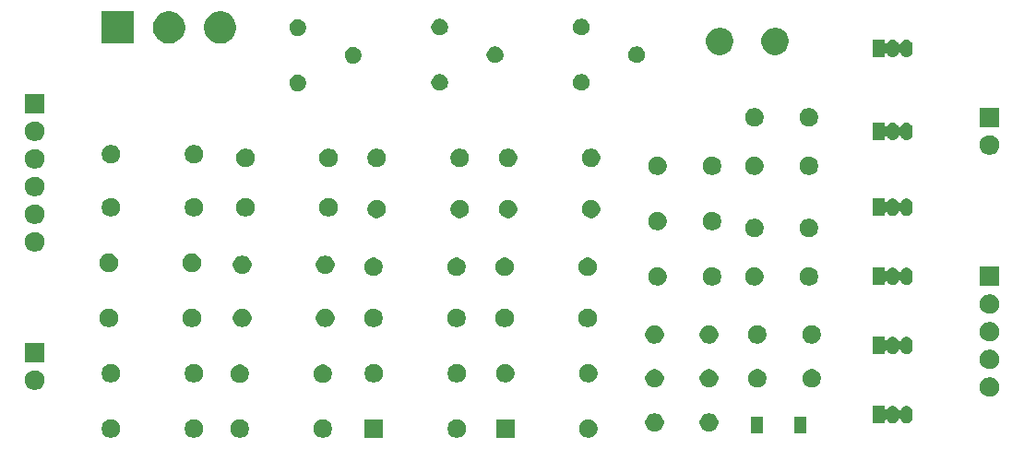
<source format=gbr>
G04 #@! TF.GenerationSoftware,KiCad,Pcbnew,(5.1.5)-3*
G04 #@! TF.CreationDate,2020-01-24T15:28:57-05:00*
G04 #@! TF.ProjectId,chroma,6368726f-6d61-42e6-9b69-6361645f7063,v01*
G04 #@! TF.SameCoordinates,Original*
G04 #@! TF.FileFunction,Soldermask,Top*
G04 #@! TF.FilePolarity,Negative*
%FSLAX46Y46*%
G04 Gerber Fmt 4.6, Leading zero omitted, Abs format (unit mm)*
G04 Created by KiCad (PCBNEW (5.1.5)-3) date 2020-01-24 15:28:57*
%MOMM*%
%LPD*%
G04 APERTURE LIST*
%ADD10C,0.100000*%
G04 APERTURE END LIST*
D10*
G36*
X-54606772Y-158566703D02*
G01*
X-54451900Y-158630853D01*
X-54312519Y-158723985D01*
X-54193985Y-158842519D01*
X-54100853Y-158981900D01*
X-54036703Y-159136772D01*
X-54004000Y-159301184D01*
X-54004000Y-159468816D01*
X-54036703Y-159633228D01*
X-54100853Y-159788100D01*
X-54193985Y-159927481D01*
X-54312519Y-160046015D01*
X-54451900Y-160139147D01*
X-54606772Y-160203297D01*
X-54771184Y-160236000D01*
X-54938816Y-160236000D01*
X-55103228Y-160203297D01*
X-55258100Y-160139147D01*
X-55397481Y-160046015D01*
X-55516015Y-159927481D01*
X-55609147Y-159788100D01*
X-55673297Y-159633228D01*
X-55706000Y-159468816D01*
X-55706000Y-159301184D01*
X-55673297Y-159136772D01*
X-55609147Y-158981900D01*
X-55516015Y-158842519D01*
X-55397481Y-158723985D01*
X-55258100Y-158630853D01*
X-55103228Y-158566703D01*
X-54938816Y-158534000D01*
X-54771184Y-158534000D01*
X-54606772Y-158566703D01*
G37*
G36*
X-74046772Y-158566703D02*
G01*
X-73891900Y-158630853D01*
X-73752519Y-158723985D01*
X-73633985Y-158842519D01*
X-73540853Y-158981900D01*
X-73476703Y-159136772D01*
X-73444000Y-159301184D01*
X-73444000Y-159468816D01*
X-73476703Y-159633228D01*
X-73540853Y-159788100D01*
X-73633985Y-159927481D01*
X-73752519Y-160046015D01*
X-73891900Y-160139147D01*
X-74046772Y-160203297D01*
X-74211184Y-160236000D01*
X-74378816Y-160236000D01*
X-74543228Y-160203297D01*
X-74698100Y-160139147D01*
X-74837481Y-160046015D01*
X-74956015Y-159927481D01*
X-75049147Y-159788100D01*
X-75113297Y-159633228D01*
X-75146000Y-159468816D01*
X-75146000Y-159301184D01*
X-75113297Y-159136772D01*
X-75049147Y-158981900D01*
X-74956015Y-158842519D01*
X-74837481Y-158723985D01*
X-74698100Y-158630853D01*
X-74543228Y-158566703D01*
X-74378816Y-158534000D01*
X-74211184Y-158534000D01*
X-74046772Y-158566703D01*
G37*
G36*
X-66426772Y-158566703D02*
G01*
X-66271900Y-158630853D01*
X-66132519Y-158723985D01*
X-66013985Y-158842519D01*
X-65920853Y-158981900D01*
X-65856703Y-159136772D01*
X-65824000Y-159301184D01*
X-65824000Y-159468816D01*
X-65856703Y-159633228D01*
X-65920853Y-159788100D01*
X-66013985Y-159927481D01*
X-66132519Y-160046015D01*
X-66271900Y-160139147D01*
X-66426772Y-160203297D01*
X-66591184Y-160236000D01*
X-66758816Y-160236000D01*
X-66923228Y-160203297D01*
X-67078100Y-160139147D01*
X-67217481Y-160046015D01*
X-67336015Y-159927481D01*
X-67429147Y-159788100D01*
X-67493297Y-159633228D01*
X-67526000Y-159468816D01*
X-67526000Y-159301184D01*
X-67493297Y-159136772D01*
X-67429147Y-158981900D01*
X-67336015Y-158842519D01*
X-67217481Y-158723985D01*
X-67078100Y-158630853D01*
X-66923228Y-158566703D01*
X-66758816Y-158534000D01*
X-66591184Y-158534000D01*
X-66426772Y-158566703D01*
G37*
G36*
X-37249000Y-160236000D02*
G01*
X-38951000Y-160236000D01*
X-38951000Y-158534000D01*
X-37249000Y-158534000D01*
X-37249000Y-160236000D01*
G37*
G36*
X-49314000Y-160236000D02*
G01*
X-51016000Y-160236000D01*
X-51016000Y-158534000D01*
X-49314000Y-158534000D01*
X-49314000Y-160236000D01*
G37*
G36*
X-30231772Y-158566703D02*
G01*
X-30076900Y-158630853D01*
X-29937519Y-158723985D01*
X-29818985Y-158842519D01*
X-29725853Y-158981900D01*
X-29661703Y-159136772D01*
X-29629000Y-159301184D01*
X-29629000Y-159468816D01*
X-29661703Y-159633228D01*
X-29725853Y-159788100D01*
X-29818985Y-159927481D01*
X-29937519Y-160046015D01*
X-30076900Y-160139147D01*
X-30231772Y-160203297D01*
X-30396184Y-160236000D01*
X-30563816Y-160236000D01*
X-30728228Y-160203297D01*
X-30883100Y-160139147D01*
X-31022481Y-160046015D01*
X-31141015Y-159927481D01*
X-31234147Y-159788100D01*
X-31298297Y-159633228D01*
X-31331000Y-159468816D01*
X-31331000Y-159301184D01*
X-31298297Y-159136772D01*
X-31234147Y-158981900D01*
X-31141015Y-158842519D01*
X-31022481Y-158723985D01*
X-30883100Y-158630853D01*
X-30728228Y-158566703D01*
X-30563816Y-158534000D01*
X-30396184Y-158534000D01*
X-30231772Y-158566703D01*
G37*
G36*
X-62226772Y-158566703D02*
G01*
X-62071900Y-158630853D01*
X-61932519Y-158723985D01*
X-61813985Y-158842519D01*
X-61720853Y-158981900D01*
X-61656703Y-159136772D01*
X-61624000Y-159301184D01*
X-61624000Y-159468816D01*
X-61656703Y-159633228D01*
X-61720853Y-159788100D01*
X-61813985Y-159927481D01*
X-61932519Y-160046015D01*
X-62071900Y-160139147D01*
X-62226772Y-160203297D01*
X-62391184Y-160236000D01*
X-62558816Y-160236000D01*
X-62723228Y-160203297D01*
X-62878100Y-160139147D01*
X-63017481Y-160046015D01*
X-63136015Y-159927481D01*
X-63229147Y-159788100D01*
X-63293297Y-159633228D01*
X-63326000Y-159468816D01*
X-63326000Y-159301184D01*
X-63293297Y-159136772D01*
X-63229147Y-158981900D01*
X-63136015Y-158842519D01*
X-63017481Y-158723985D01*
X-62878100Y-158630853D01*
X-62723228Y-158566703D01*
X-62558816Y-158534000D01*
X-62391184Y-158534000D01*
X-62226772Y-158566703D01*
G37*
G36*
X-42296772Y-158566703D02*
G01*
X-42141900Y-158630853D01*
X-42002519Y-158723985D01*
X-41883985Y-158842519D01*
X-41790853Y-158981900D01*
X-41726703Y-159136772D01*
X-41694000Y-159301184D01*
X-41694000Y-159468816D01*
X-41726703Y-159633228D01*
X-41790853Y-159788100D01*
X-41883985Y-159927481D01*
X-42002519Y-160046015D01*
X-42141900Y-160139147D01*
X-42296772Y-160203297D01*
X-42461184Y-160236000D01*
X-42628816Y-160236000D01*
X-42793228Y-160203297D01*
X-42948100Y-160139147D01*
X-43087481Y-160046015D01*
X-43206015Y-159927481D01*
X-43299147Y-159788100D01*
X-43363297Y-159633228D01*
X-43396000Y-159468816D01*
X-43396000Y-159301184D01*
X-43363297Y-159136772D01*
X-43299147Y-158981900D01*
X-43206015Y-158842519D01*
X-43087481Y-158723985D01*
X-42948100Y-158630853D01*
X-42793228Y-158566703D01*
X-42628816Y-158534000D01*
X-42461184Y-158534000D01*
X-42296772Y-158566703D01*
G37*
G36*
X-10444000Y-159871000D02*
G01*
X-11546000Y-159871000D01*
X-11546000Y-158269000D01*
X-10444000Y-158269000D01*
X-10444000Y-159871000D01*
G37*
G36*
X-14444000Y-159871000D02*
G01*
X-15546000Y-159871000D01*
X-15546000Y-158269000D01*
X-14444000Y-158269000D01*
X-14444000Y-159871000D01*
G37*
G36*
X-24151772Y-158016703D02*
G01*
X-23996900Y-158080853D01*
X-23857519Y-158173985D01*
X-23738985Y-158292519D01*
X-23645853Y-158431900D01*
X-23581703Y-158586772D01*
X-23549000Y-158751184D01*
X-23549000Y-158918816D01*
X-23581703Y-159083228D01*
X-23645853Y-159238100D01*
X-23738985Y-159377481D01*
X-23857519Y-159496015D01*
X-23996900Y-159589147D01*
X-24151772Y-159653297D01*
X-24316184Y-159686000D01*
X-24483816Y-159686000D01*
X-24648228Y-159653297D01*
X-24803100Y-159589147D01*
X-24942481Y-159496015D01*
X-25061015Y-159377481D01*
X-25154147Y-159238100D01*
X-25218297Y-159083228D01*
X-25251000Y-158918816D01*
X-25251000Y-158751184D01*
X-25218297Y-158586772D01*
X-25154147Y-158431900D01*
X-25061015Y-158292519D01*
X-24942481Y-158173985D01*
X-24803100Y-158080853D01*
X-24648228Y-158016703D01*
X-24483816Y-157984000D01*
X-24316184Y-157984000D01*
X-24151772Y-158016703D01*
G37*
G36*
X-19151772Y-158016703D02*
G01*
X-18996900Y-158080853D01*
X-18857519Y-158173985D01*
X-18738985Y-158292519D01*
X-18645853Y-158431900D01*
X-18581703Y-158586772D01*
X-18549000Y-158751184D01*
X-18549000Y-158918816D01*
X-18581703Y-159083228D01*
X-18645853Y-159238100D01*
X-18738985Y-159377481D01*
X-18857519Y-159496015D01*
X-18996900Y-159589147D01*
X-19151772Y-159653297D01*
X-19316184Y-159686000D01*
X-19483816Y-159686000D01*
X-19648228Y-159653297D01*
X-19803100Y-159589147D01*
X-19942481Y-159496015D01*
X-20061015Y-159377481D01*
X-20154147Y-159238100D01*
X-20218297Y-159083228D01*
X-20251000Y-158918816D01*
X-20251000Y-158751184D01*
X-20218297Y-158586772D01*
X-20154147Y-158431900D01*
X-20061015Y-158292519D01*
X-19942481Y-158173985D01*
X-19803100Y-158080853D01*
X-19648228Y-158016703D01*
X-19483816Y-157984000D01*
X-19316184Y-157984000D01*
X-19151772Y-158016703D01*
G37*
G36*
X-1161985Y-157321973D02*
G01*
X-1058121Y-157353479D01*
X-1030945Y-157368005D01*
X-962400Y-157404643D01*
X-878499Y-157473499D01*
X-809643Y-157557400D01*
X-773005Y-157625945D01*
X-758479Y-157653121D01*
X-726973Y-157756985D01*
X-719000Y-157837933D01*
X-719000Y-158392067D01*
X-726973Y-158473015D01*
X-758479Y-158576879D01*
X-809644Y-158672600D01*
X-878499Y-158756501D01*
X-947355Y-158813009D01*
X-962401Y-158825357D01*
X-994509Y-158842519D01*
X-1058122Y-158876521D01*
X-1161986Y-158908027D01*
X-1270000Y-158918666D01*
X-1378015Y-158908027D01*
X-1481879Y-158876521D01*
X-1545491Y-158842519D01*
X-1577599Y-158825357D01*
X-1590357Y-158814887D01*
X-1661501Y-158756501D01*
X-1730356Y-158672600D01*
X-1781521Y-158576878D01*
X-1785385Y-158564139D01*
X-1794761Y-158541503D01*
X-1808375Y-158521129D01*
X-1825702Y-158503802D01*
X-1846077Y-158490188D01*
X-1868715Y-158480811D01*
X-1892749Y-158476031D01*
X-1917253Y-158476031D01*
X-1941286Y-158480812D01*
X-1963925Y-158490189D01*
X-1984299Y-158503803D01*
X-2001626Y-158521130D01*
X-2015240Y-158541505D01*
X-2024612Y-158564131D01*
X-2028479Y-158576879D01*
X-2079644Y-158672600D01*
X-2148499Y-158756501D01*
X-2217355Y-158813009D01*
X-2232401Y-158825357D01*
X-2264509Y-158842519D01*
X-2328122Y-158876521D01*
X-2431986Y-158908027D01*
X-2540000Y-158918666D01*
X-2648015Y-158908027D01*
X-2751879Y-158876521D01*
X-2815491Y-158842519D01*
X-2847599Y-158825357D01*
X-2860357Y-158814887D01*
X-2931501Y-158756501D01*
X-3000356Y-158672600D01*
X-3023766Y-158628804D01*
X-3037375Y-158608436D01*
X-3054702Y-158591109D01*
X-3075076Y-158577495D01*
X-3097715Y-158568118D01*
X-3121748Y-158563337D01*
X-3146252Y-158563337D01*
X-3170286Y-158568117D01*
X-3192924Y-158577494D01*
X-3213299Y-158591108D01*
X-3230626Y-158608435D01*
X-3244240Y-158628809D01*
X-3253617Y-158651448D01*
X-3258398Y-158675481D01*
X-3259000Y-158687734D01*
X-3259000Y-158916000D01*
X-4361000Y-158916000D01*
X-4361000Y-157314000D01*
X-3259000Y-157314000D01*
X-3259000Y-157542265D01*
X-3256598Y-157566651D01*
X-3249485Y-157590100D01*
X-3237934Y-157611711D01*
X-3222389Y-157630653D01*
X-3203447Y-157646198D01*
X-3181836Y-157657749D01*
X-3158387Y-157664862D01*
X-3134001Y-157667264D01*
X-3109615Y-157664862D01*
X-3086166Y-157657749D01*
X-3064555Y-157646198D01*
X-3045613Y-157630653D01*
X-3030068Y-157611711D01*
X-3023761Y-157601188D01*
X-3000356Y-157557399D01*
X-2931500Y-157473499D01*
X-2847599Y-157404643D01*
X-2779054Y-157368005D01*
X-2751878Y-157353479D01*
X-2648014Y-157321973D01*
X-2540000Y-157311334D01*
X-2431985Y-157321973D01*
X-2328121Y-157353479D01*
X-2300945Y-157368005D01*
X-2232400Y-157404643D01*
X-2148499Y-157473499D01*
X-2079643Y-157557400D01*
X-2043005Y-157625945D01*
X-2028479Y-157653121D01*
X-2024612Y-157665869D01*
X-2015240Y-157688496D01*
X-2001626Y-157708870D01*
X-1984299Y-157726197D01*
X-1963925Y-157739811D01*
X-1941286Y-157749188D01*
X-1917253Y-157753969D01*
X-1892749Y-157753969D01*
X-1868715Y-157749189D01*
X-1846076Y-157739812D01*
X-1825702Y-157726198D01*
X-1808375Y-157708871D01*
X-1794761Y-157688497D01*
X-1785383Y-157665857D01*
X-1785081Y-157664862D01*
X-1781520Y-157653121D01*
X-1781519Y-157653118D01*
X-1730357Y-157557401D01*
X-1661500Y-157473499D01*
X-1577599Y-157404643D01*
X-1509054Y-157368005D01*
X-1481878Y-157353479D01*
X-1378014Y-157321973D01*
X-1270000Y-157311334D01*
X-1161985Y-157321973D01*
G37*
G36*
X6454769Y-154677188D02*
G01*
X6612812Y-154708624D01*
X6776784Y-154776544D01*
X6924354Y-154875147D01*
X7049853Y-155000646D01*
X7148456Y-155148216D01*
X7216376Y-155312188D01*
X7251000Y-155486259D01*
X7251000Y-155663741D01*
X7216376Y-155837812D01*
X7148456Y-156001784D01*
X7049853Y-156149354D01*
X6924354Y-156274853D01*
X6776784Y-156373456D01*
X6612812Y-156441376D01*
X6463512Y-156471073D01*
X6438742Y-156476000D01*
X6261258Y-156476000D01*
X6236488Y-156471073D01*
X6087188Y-156441376D01*
X5923216Y-156373456D01*
X5775646Y-156274853D01*
X5650147Y-156149354D01*
X5551544Y-156001784D01*
X5483624Y-155837812D01*
X5449000Y-155663741D01*
X5449000Y-155486259D01*
X5483624Y-155312188D01*
X5551544Y-155148216D01*
X5650147Y-155000646D01*
X5775646Y-154875147D01*
X5923216Y-154776544D01*
X6087188Y-154708624D01*
X6245231Y-154677188D01*
X6261258Y-154674000D01*
X6438742Y-154674000D01*
X6454769Y-154677188D01*
G37*
G36*
X-81166488Y-154043927D02*
G01*
X-81017188Y-154073624D01*
X-80853216Y-154141544D01*
X-80705646Y-154240147D01*
X-80580147Y-154365646D01*
X-80481544Y-154513216D01*
X-80413624Y-154677188D01*
X-80379000Y-154851259D01*
X-80379000Y-155028741D01*
X-80413624Y-155202812D01*
X-80481544Y-155366784D01*
X-80580147Y-155514354D01*
X-80705646Y-155639853D01*
X-80853216Y-155738456D01*
X-81017188Y-155806376D01*
X-81166488Y-155836073D01*
X-81191258Y-155841000D01*
X-81368742Y-155841000D01*
X-81393512Y-155836073D01*
X-81542812Y-155806376D01*
X-81706784Y-155738456D01*
X-81854354Y-155639853D01*
X-81979853Y-155514354D01*
X-82078456Y-155366784D01*
X-82146376Y-155202812D01*
X-82181000Y-155028741D01*
X-82181000Y-154851259D01*
X-82146376Y-154677188D01*
X-82078456Y-154513216D01*
X-81979853Y-154365646D01*
X-81854354Y-154240147D01*
X-81706784Y-154141544D01*
X-81542812Y-154073624D01*
X-81393512Y-154043927D01*
X-81368742Y-154039000D01*
X-81191258Y-154039000D01*
X-81166488Y-154043927D01*
G37*
G36*
X-9731772Y-153966703D02*
G01*
X-9576900Y-154030853D01*
X-9437519Y-154123985D01*
X-9318985Y-154242519D01*
X-9225853Y-154381900D01*
X-9161703Y-154536772D01*
X-9129000Y-154701184D01*
X-9129000Y-154868816D01*
X-9161703Y-155033228D01*
X-9225853Y-155188100D01*
X-9318985Y-155327481D01*
X-9437519Y-155446015D01*
X-9576900Y-155539147D01*
X-9731772Y-155603297D01*
X-9896184Y-155636000D01*
X-10063816Y-155636000D01*
X-10228228Y-155603297D01*
X-10383100Y-155539147D01*
X-10522481Y-155446015D01*
X-10641015Y-155327481D01*
X-10734147Y-155188100D01*
X-10798297Y-155033228D01*
X-10831000Y-154868816D01*
X-10831000Y-154701184D01*
X-10798297Y-154536772D01*
X-10734147Y-154381900D01*
X-10641015Y-154242519D01*
X-10522481Y-154123985D01*
X-10383100Y-154030853D01*
X-10228228Y-153966703D01*
X-10063816Y-153934000D01*
X-9896184Y-153934000D01*
X-9731772Y-153966703D01*
G37*
G36*
X-14731772Y-153966703D02*
G01*
X-14576900Y-154030853D01*
X-14437519Y-154123985D01*
X-14318985Y-154242519D01*
X-14225853Y-154381900D01*
X-14161703Y-154536772D01*
X-14129000Y-154701184D01*
X-14129000Y-154868816D01*
X-14161703Y-155033228D01*
X-14225853Y-155188100D01*
X-14318985Y-155327481D01*
X-14437519Y-155446015D01*
X-14576900Y-155539147D01*
X-14731772Y-155603297D01*
X-14896184Y-155636000D01*
X-15063816Y-155636000D01*
X-15228228Y-155603297D01*
X-15383100Y-155539147D01*
X-15522481Y-155446015D01*
X-15641015Y-155327481D01*
X-15734147Y-155188100D01*
X-15798297Y-155033228D01*
X-15831000Y-154868816D01*
X-15831000Y-154701184D01*
X-15798297Y-154536772D01*
X-15734147Y-154381900D01*
X-15641015Y-154242519D01*
X-15522481Y-154123985D01*
X-15383100Y-154030853D01*
X-15228228Y-153966703D01*
X-15063816Y-153934000D01*
X-14896184Y-153934000D01*
X-14731772Y-153966703D01*
G37*
G36*
X-19151772Y-153966703D02*
G01*
X-18996900Y-154030853D01*
X-18857519Y-154123985D01*
X-18738985Y-154242519D01*
X-18645853Y-154381900D01*
X-18581703Y-154536772D01*
X-18549000Y-154701184D01*
X-18549000Y-154868816D01*
X-18581703Y-155033228D01*
X-18645853Y-155188100D01*
X-18738985Y-155327481D01*
X-18857519Y-155446015D01*
X-18996900Y-155539147D01*
X-19151772Y-155603297D01*
X-19316184Y-155636000D01*
X-19483816Y-155636000D01*
X-19648228Y-155603297D01*
X-19803100Y-155539147D01*
X-19942481Y-155446015D01*
X-20061015Y-155327481D01*
X-20154147Y-155188100D01*
X-20218297Y-155033228D01*
X-20251000Y-154868816D01*
X-20251000Y-154701184D01*
X-20218297Y-154536772D01*
X-20154147Y-154381900D01*
X-20061015Y-154242519D01*
X-19942481Y-154123985D01*
X-19803100Y-154030853D01*
X-19648228Y-153966703D01*
X-19483816Y-153934000D01*
X-19316184Y-153934000D01*
X-19151772Y-153966703D01*
G37*
G36*
X-24151772Y-153966703D02*
G01*
X-23996900Y-154030853D01*
X-23857519Y-154123985D01*
X-23738985Y-154242519D01*
X-23645853Y-154381900D01*
X-23581703Y-154536772D01*
X-23549000Y-154701184D01*
X-23549000Y-154868816D01*
X-23581703Y-155033228D01*
X-23645853Y-155188100D01*
X-23738985Y-155327481D01*
X-23857519Y-155446015D01*
X-23996900Y-155539147D01*
X-24151772Y-155603297D01*
X-24316184Y-155636000D01*
X-24483816Y-155636000D01*
X-24648228Y-155603297D01*
X-24803100Y-155539147D01*
X-24942481Y-155446015D01*
X-25061015Y-155327481D01*
X-25154147Y-155188100D01*
X-25218297Y-155033228D01*
X-25251000Y-154868816D01*
X-25251000Y-154701184D01*
X-25218297Y-154536772D01*
X-25154147Y-154381900D01*
X-25061015Y-154242519D01*
X-24942481Y-154123985D01*
X-24803100Y-154030853D01*
X-24648228Y-153966703D01*
X-24483816Y-153934000D01*
X-24316184Y-153934000D01*
X-24151772Y-153966703D01*
G37*
G36*
X-54606772Y-153541703D02*
G01*
X-54451900Y-153605853D01*
X-54312519Y-153698985D01*
X-54193985Y-153817519D01*
X-54100853Y-153956900D01*
X-54036703Y-154111772D01*
X-54004000Y-154276184D01*
X-54004000Y-154443816D01*
X-54036703Y-154608228D01*
X-54100853Y-154763100D01*
X-54193985Y-154902481D01*
X-54312519Y-155021015D01*
X-54451900Y-155114147D01*
X-54606772Y-155178297D01*
X-54771184Y-155211000D01*
X-54938816Y-155211000D01*
X-55103228Y-155178297D01*
X-55258100Y-155114147D01*
X-55397481Y-155021015D01*
X-55516015Y-154902481D01*
X-55609147Y-154763100D01*
X-55673297Y-154608228D01*
X-55706000Y-154443816D01*
X-55706000Y-154276184D01*
X-55673297Y-154111772D01*
X-55609147Y-153956900D01*
X-55516015Y-153817519D01*
X-55397481Y-153698985D01*
X-55258100Y-153605853D01*
X-55103228Y-153541703D01*
X-54938816Y-153509000D01*
X-54771184Y-153509000D01*
X-54606772Y-153541703D01*
G37*
G36*
X-62226772Y-153541703D02*
G01*
X-62071900Y-153605853D01*
X-61932519Y-153698985D01*
X-61813985Y-153817519D01*
X-61720853Y-153956900D01*
X-61656703Y-154111772D01*
X-61624000Y-154276184D01*
X-61624000Y-154443816D01*
X-61656703Y-154608228D01*
X-61720853Y-154763100D01*
X-61813985Y-154902481D01*
X-61932519Y-155021015D01*
X-62071900Y-155114147D01*
X-62226772Y-155178297D01*
X-62391184Y-155211000D01*
X-62558816Y-155211000D01*
X-62723228Y-155178297D01*
X-62878100Y-155114147D01*
X-63017481Y-155021015D01*
X-63136015Y-154902481D01*
X-63229147Y-154763100D01*
X-63293297Y-154608228D01*
X-63326000Y-154443816D01*
X-63326000Y-154276184D01*
X-63293297Y-154111772D01*
X-63229147Y-153956900D01*
X-63136015Y-153817519D01*
X-63017481Y-153698985D01*
X-62878100Y-153605853D01*
X-62723228Y-153541703D01*
X-62558816Y-153509000D01*
X-62391184Y-153509000D01*
X-62226772Y-153541703D01*
G37*
G36*
X-42296772Y-153486703D02*
G01*
X-42141900Y-153550853D01*
X-42002519Y-153643985D01*
X-41883985Y-153762519D01*
X-41790853Y-153901900D01*
X-41726703Y-154056772D01*
X-41694000Y-154221184D01*
X-41694000Y-154388816D01*
X-41726703Y-154553228D01*
X-41790853Y-154708100D01*
X-41883985Y-154847481D01*
X-42002519Y-154966015D01*
X-42141900Y-155059147D01*
X-42296772Y-155123297D01*
X-42461184Y-155156000D01*
X-42628816Y-155156000D01*
X-42793228Y-155123297D01*
X-42948100Y-155059147D01*
X-43087481Y-154966015D01*
X-43206015Y-154847481D01*
X-43299147Y-154708100D01*
X-43363297Y-154553228D01*
X-43396000Y-154388816D01*
X-43396000Y-154221184D01*
X-43363297Y-154056772D01*
X-43299147Y-153901900D01*
X-43206015Y-153762519D01*
X-43087481Y-153643985D01*
X-42948100Y-153550853D01*
X-42793228Y-153486703D01*
X-42628816Y-153454000D01*
X-42461184Y-153454000D01*
X-42296772Y-153486703D01*
G37*
G36*
X-74046772Y-153486703D02*
G01*
X-73891900Y-153550853D01*
X-73752519Y-153643985D01*
X-73633985Y-153762519D01*
X-73540853Y-153901900D01*
X-73476703Y-154056772D01*
X-73444000Y-154221184D01*
X-73444000Y-154388816D01*
X-73476703Y-154553228D01*
X-73540853Y-154708100D01*
X-73633985Y-154847481D01*
X-73752519Y-154966015D01*
X-73891900Y-155059147D01*
X-74046772Y-155123297D01*
X-74211184Y-155156000D01*
X-74378816Y-155156000D01*
X-74543228Y-155123297D01*
X-74698100Y-155059147D01*
X-74837481Y-154966015D01*
X-74956015Y-154847481D01*
X-75049147Y-154708100D01*
X-75113297Y-154553228D01*
X-75146000Y-154388816D01*
X-75146000Y-154221184D01*
X-75113297Y-154056772D01*
X-75049147Y-153901900D01*
X-74956015Y-153762519D01*
X-74837481Y-153643985D01*
X-74698100Y-153550853D01*
X-74543228Y-153486703D01*
X-74378816Y-153454000D01*
X-74211184Y-153454000D01*
X-74046772Y-153486703D01*
G37*
G36*
X-66426772Y-153486703D02*
G01*
X-66271900Y-153550853D01*
X-66132519Y-153643985D01*
X-66013985Y-153762519D01*
X-65920853Y-153901900D01*
X-65856703Y-154056772D01*
X-65824000Y-154221184D01*
X-65824000Y-154388816D01*
X-65856703Y-154553228D01*
X-65920853Y-154708100D01*
X-66013985Y-154847481D01*
X-66132519Y-154966015D01*
X-66271900Y-155059147D01*
X-66426772Y-155123297D01*
X-66591184Y-155156000D01*
X-66758816Y-155156000D01*
X-66923228Y-155123297D01*
X-67078100Y-155059147D01*
X-67217481Y-154966015D01*
X-67336015Y-154847481D01*
X-67429147Y-154708100D01*
X-67493297Y-154553228D01*
X-67526000Y-154388816D01*
X-67526000Y-154221184D01*
X-67493297Y-154056772D01*
X-67429147Y-153901900D01*
X-67336015Y-153762519D01*
X-67217481Y-153643985D01*
X-67078100Y-153550853D01*
X-66923228Y-153486703D01*
X-66758816Y-153454000D01*
X-66591184Y-153454000D01*
X-66426772Y-153486703D01*
G37*
G36*
X-30231772Y-153486703D02*
G01*
X-30076900Y-153550853D01*
X-29937519Y-153643985D01*
X-29818985Y-153762519D01*
X-29725853Y-153901900D01*
X-29661703Y-154056772D01*
X-29629000Y-154221184D01*
X-29629000Y-154388816D01*
X-29661703Y-154553228D01*
X-29725853Y-154708100D01*
X-29818985Y-154847481D01*
X-29937519Y-154966015D01*
X-30076900Y-155059147D01*
X-30231772Y-155123297D01*
X-30396184Y-155156000D01*
X-30563816Y-155156000D01*
X-30728228Y-155123297D01*
X-30883100Y-155059147D01*
X-31022481Y-154966015D01*
X-31141015Y-154847481D01*
X-31234147Y-154708100D01*
X-31298297Y-154553228D01*
X-31331000Y-154388816D01*
X-31331000Y-154221184D01*
X-31298297Y-154056772D01*
X-31234147Y-153901900D01*
X-31141015Y-153762519D01*
X-31022481Y-153643985D01*
X-30883100Y-153550853D01*
X-30728228Y-153486703D01*
X-30563816Y-153454000D01*
X-30396184Y-153454000D01*
X-30231772Y-153486703D01*
G37*
G36*
X-37851772Y-153486703D02*
G01*
X-37696900Y-153550853D01*
X-37557519Y-153643985D01*
X-37438985Y-153762519D01*
X-37345853Y-153901900D01*
X-37281703Y-154056772D01*
X-37249000Y-154221184D01*
X-37249000Y-154388816D01*
X-37281703Y-154553228D01*
X-37345853Y-154708100D01*
X-37438985Y-154847481D01*
X-37557519Y-154966015D01*
X-37696900Y-155059147D01*
X-37851772Y-155123297D01*
X-38016184Y-155156000D01*
X-38183816Y-155156000D01*
X-38348228Y-155123297D01*
X-38503100Y-155059147D01*
X-38642481Y-154966015D01*
X-38761015Y-154847481D01*
X-38854147Y-154708100D01*
X-38918297Y-154553228D01*
X-38951000Y-154388816D01*
X-38951000Y-154221184D01*
X-38918297Y-154056772D01*
X-38854147Y-153901900D01*
X-38761015Y-153762519D01*
X-38642481Y-153643985D01*
X-38503100Y-153550853D01*
X-38348228Y-153486703D01*
X-38183816Y-153454000D01*
X-38016184Y-153454000D01*
X-37851772Y-153486703D01*
G37*
G36*
X-49916772Y-153486703D02*
G01*
X-49761900Y-153550853D01*
X-49622519Y-153643985D01*
X-49503985Y-153762519D01*
X-49410853Y-153901900D01*
X-49346703Y-154056772D01*
X-49314000Y-154221184D01*
X-49314000Y-154388816D01*
X-49346703Y-154553228D01*
X-49410853Y-154708100D01*
X-49503985Y-154847481D01*
X-49622519Y-154966015D01*
X-49761900Y-155059147D01*
X-49916772Y-155123297D01*
X-50081184Y-155156000D01*
X-50248816Y-155156000D01*
X-50413228Y-155123297D01*
X-50568100Y-155059147D01*
X-50707481Y-154966015D01*
X-50826015Y-154847481D01*
X-50919147Y-154708100D01*
X-50983297Y-154553228D01*
X-51016000Y-154388816D01*
X-51016000Y-154221184D01*
X-50983297Y-154056772D01*
X-50919147Y-153901900D01*
X-50826015Y-153762519D01*
X-50707481Y-153643985D01*
X-50568100Y-153550853D01*
X-50413228Y-153486703D01*
X-50248816Y-153454000D01*
X-50081184Y-153454000D01*
X-49916772Y-153486703D01*
G37*
G36*
X6463512Y-152138927D02*
G01*
X6612812Y-152168624D01*
X6776784Y-152236544D01*
X6924354Y-152335147D01*
X7049853Y-152460646D01*
X7148456Y-152608216D01*
X7216376Y-152772188D01*
X7251000Y-152946259D01*
X7251000Y-153123741D01*
X7216376Y-153297812D01*
X7148456Y-153461784D01*
X7049853Y-153609354D01*
X6924354Y-153734853D01*
X6776784Y-153833456D01*
X6612812Y-153901376D01*
X6463512Y-153931073D01*
X6438742Y-153936000D01*
X6261258Y-153936000D01*
X6236488Y-153931073D01*
X6087188Y-153901376D01*
X5923216Y-153833456D01*
X5775646Y-153734853D01*
X5650147Y-153609354D01*
X5551544Y-153461784D01*
X5483624Y-153297812D01*
X5449000Y-153123741D01*
X5449000Y-152946259D01*
X5483624Y-152772188D01*
X5551544Y-152608216D01*
X5650147Y-152460646D01*
X5775646Y-152335147D01*
X5923216Y-152236544D01*
X6087188Y-152168624D01*
X6236488Y-152138927D01*
X6261258Y-152134000D01*
X6438742Y-152134000D01*
X6463512Y-152138927D01*
G37*
G36*
X-80379000Y-153301000D02*
G01*
X-82181000Y-153301000D01*
X-82181000Y-151499000D01*
X-80379000Y-151499000D01*
X-80379000Y-153301000D01*
G37*
G36*
X-1161985Y-150971973D02*
G01*
X-1058121Y-151003479D01*
X-1030945Y-151018005D01*
X-962400Y-151054643D01*
X-878499Y-151123499D01*
X-809643Y-151207400D01*
X-773005Y-151275945D01*
X-758479Y-151303121D01*
X-726973Y-151406985D01*
X-719000Y-151487933D01*
X-719000Y-152042067D01*
X-726973Y-152123015D01*
X-758479Y-152226879D01*
X-809644Y-152322600D01*
X-878499Y-152406501D01*
X-944476Y-152460646D01*
X-962401Y-152475357D01*
X-1014093Y-152502987D01*
X-1058122Y-152526521D01*
X-1161986Y-152558027D01*
X-1270000Y-152568666D01*
X-1378015Y-152558027D01*
X-1481879Y-152526521D01*
X-1525907Y-152502987D01*
X-1577599Y-152475357D01*
X-1595524Y-152460646D01*
X-1661501Y-152406501D01*
X-1730356Y-152322600D01*
X-1781521Y-152226878D01*
X-1785385Y-152214139D01*
X-1794761Y-152191503D01*
X-1808375Y-152171129D01*
X-1825702Y-152153802D01*
X-1846077Y-152140188D01*
X-1868715Y-152130811D01*
X-1892749Y-152126031D01*
X-1917253Y-152126031D01*
X-1941286Y-152130812D01*
X-1963925Y-152140189D01*
X-1984299Y-152153803D01*
X-2001626Y-152171130D01*
X-2015240Y-152191505D01*
X-2024612Y-152214131D01*
X-2028479Y-152226879D01*
X-2079644Y-152322600D01*
X-2148499Y-152406501D01*
X-2214476Y-152460646D01*
X-2232401Y-152475357D01*
X-2284093Y-152502987D01*
X-2328122Y-152526521D01*
X-2431986Y-152558027D01*
X-2540000Y-152568666D01*
X-2648015Y-152558027D01*
X-2751879Y-152526521D01*
X-2795907Y-152502987D01*
X-2847599Y-152475357D01*
X-2865524Y-152460646D01*
X-2931501Y-152406501D01*
X-3000356Y-152322600D01*
X-3023766Y-152278804D01*
X-3037375Y-152258436D01*
X-3054702Y-152241109D01*
X-3075076Y-152227495D01*
X-3097715Y-152218118D01*
X-3121748Y-152213337D01*
X-3146252Y-152213337D01*
X-3170286Y-152218117D01*
X-3192924Y-152227494D01*
X-3213299Y-152241108D01*
X-3230626Y-152258435D01*
X-3244240Y-152278809D01*
X-3253617Y-152301448D01*
X-3258398Y-152325481D01*
X-3259000Y-152337734D01*
X-3259000Y-152566000D01*
X-4361000Y-152566000D01*
X-4361000Y-150964000D01*
X-3259000Y-150964000D01*
X-3259000Y-151192265D01*
X-3256598Y-151216651D01*
X-3249485Y-151240100D01*
X-3237934Y-151261711D01*
X-3222389Y-151280653D01*
X-3203447Y-151296198D01*
X-3181836Y-151307749D01*
X-3158387Y-151314862D01*
X-3134001Y-151317264D01*
X-3109615Y-151314862D01*
X-3086166Y-151307749D01*
X-3064555Y-151296198D01*
X-3045613Y-151280653D01*
X-3030068Y-151261711D01*
X-3023761Y-151251188D01*
X-3000356Y-151207399D01*
X-2931500Y-151123499D01*
X-2847599Y-151054643D01*
X-2779054Y-151018005D01*
X-2751878Y-151003479D01*
X-2648014Y-150971973D01*
X-2540000Y-150961334D01*
X-2431985Y-150971973D01*
X-2328121Y-151003479D01*
X-2300945Y-151018005D01*
X-2232400Y-151054643D01*
X-2148499Y-151123499D01*
X-2079643Y-151207400D01*
X-2043005Y-151275945D01*
X-2028479Y-151303121D01*
X-2024612Y-151315869D01*
X-2015240Y-151338496D01*
X-2001626Y-151358870D01*
X-1984299Y-151376197D01*
X-1963925Y-151389811D01*
X-1941286Y-151399188D01*
X-1917253Y-151403969D01*
X-1892749Y-151403969D01*
X-1868715Y-151399189D01*
X-1846076Y-151389812D01*
X-1825702Y-151376198D01*
X-1808375Y-151358871D01*
X-1794761Y-151338497D01*
X-1785383Y-151315857D01*
X-1785081Y-151314862D01*
X-1781520Y-151303121D01*
X-1781519Y-151303118D01*
X-1730357Y-151207401D01*
X-1661500Y-151123499D01*
X-1577599Y-151054643D01*
X-1509054Y-151018005D01*
X-1481878Y-151003479D01*
X-1378014Y-150971973D01*
X-1270000Y-150961334D01*
X-1161985Y-150971973D01*
G37*
G36*
X-24151772Y-149916703D02*
G01*
X-23996900Y-149980853D01*
X-23857519Y-150073985D01*
X-23738985Y-150192519D01*
X-23645853Y-150331900D01*
X-23581703Y-150486772D01*
X-23549000Y-150651184D01*
X-23549000Y-150818816D01*
X-23581703Y-150983228D01*
X-23645853Y-151138100D01*
X-23738985Y-151277481D01*
X-23857519Y-151396015D01*
X-23996900Y-151489147D01*
X-24151772Y-151553297D01*
X-24316184Y-151586000D01*
X-24483816Y-151586000D01*
X-24648228Y-151553297D01*
X-24803100Y-151489147D01*
X-24942481Y-151396015D01*
X-25061015Y-151277481D01*
X-25154147Y-151138100D01*
X-25218297Y-150983228D01*
X-25251000Y-150818816D01*
X-25251000Y-150651184D01*
X-25218297Y-150486772D01*
X-25154147Y-150331900D01*
X-25061015Y-150192519D01*
X-24942481Y-150073985D01*
X-24803100Y-149980853D01*
X-24648228Y-149916703D01*
X-24483816Y-149884000D01*
X-24316184Y-149884000D01*
X-24151772Y-149916703D01*
G37*
G36*
X-19151772Y-149916703D02*
G01*
X-18996900Y-149980853D01*
X-18857519Y-150073985D01*
X-18738985Y-150192519D01*
X-18645853Y-150331900D01*
X-18581703Y-150486772D01*
X-18549000Y-150651184D01*
X-18549000Y-150818816D01*
X-18581703Y-150983228D01*
X-18645853Y-151138100D01*
X-18738985Y-151277481D01*
X-18857519Y-151396015D01*
X-18996900Y-151489147D01*
X-19151772Y-151553297D01*
X-19316184Y-151586000D01*
X-19483816Y-151586000D01*
X-19648228Y-151553297D01*
X-19803100Y-151489147D01*
X-19942481Y-151396015D01*
X-20061015Y-151277481D01*
X-20154147Y-151138100D01*
X-20218297Y-150983228D01*
X-20251000Y-150818816D01*
X-20251000Y-150651184D01*
X-20218297Y-150486772D01*
X-20154147Y-150331900D01*
X-20061015Y-150192519D01*
X-19942481Y-150073985D01*
X-19803100Y-149980853D01*
X-19648228Y-149916703D01*
X-19483816Y-149884000D01*
X-19316184Y-149884000D01*
X-19151772Y-149916703D01*
G37*
G36*
X-9731772Y-149916703D02*
G01*
X-9576900Y-149980853D01*
X-9437519Y-150073985D01*
X-9318985Y-150192519D01*
X-9225853Y-150331900D01*
X-9161703Y-150486772D01*
X-9129000Y-150651184D01*
X-9129000Y-150818816D01*
X-9161703Y-150983228D01*
X-9225853Y-151138100D01*
X-9318985Y-151277481D01*
X-9437519Y-151396015D01*
X-9576900Y-151489147D01*
X-9731772Y-151553297D01*
X-9896184Y-151586000D01*
X-10063816Y-151586000D01*
X-10228228Y-151553297D01*
X-10383100Y-151489147D01*
X-10522481Y-151396015D01*
X-10641015Y-151277481D01*
X-10734147Y-151138100D01*
X-10798297Y-150983228D01*
X-10831000Y-150818816D01*
X-10831000Y-150651184D01*
X-10798297Y-150486772D01*
X-10734147Y-150331900D01*
X-10641015Y-150192519D01*
X-10522481Y-150073985D01*
X-10383100Y-149980853D01*
X-10228228Y-149916703D01*
X-10063816Y-149884000D01*
X-9896184Y-149884000D01*
X-9731772Y-149916703D01*
G37*
G36*
X-14731772Y-149916703D02*
G01*
X-14576900Y-149980853D01*
X-14437519Y-150073985D01*
X-14318985Y-150192519D01*
X-14225853Y-150331900D01*
X-14161703Y-150486772D01*
X-14129000Y-150651184D01*
X-14129000Y-150818816D01*
X-14161703Y-150983228D01*
X-14225853Y-151138100D01*
X-14318985Y-151277481D01*
X-14437519Y-151396015D01*
X-14576900Y-151489147D01*
X-14731772Y-151553297D01*
X-14896184Y-151586000D01*
X-15063816Y-151586000D01*
X-15228228Y-151553297D01*
X-15383100Y-151489147D01*
X-15522481Y-151396015D01*
X-15641015Y-151277481D01*
X-15734147Y-151138100D01*
X-15798297Y-150983228D01*
X-15831000Y-150818816D01*
X-15831000Y-150651184D01*
X-15798297Y-150486772D01*
X-15734147Y-150331900D01*
X-15641015Y-150192519D01*
X-15522481Y-150073985D01*
X-15383100Y-149980853D01*
X-15228228Y-149916703D01*
X-15063816Y-149884000D01*
X-14896184Y-149884000D01*
X-14731772Y-149916703D01*
G37*
G36*
X6463512Y-149598927D02*
G01*
X6612812Y-149628624D01*
X6776784Y-149696544D01*
X6924354Y-149795147D01*
X7049853Y-149920646D01*
X7148456Y-150068216D01*
X7216376Y-150232188D01*
X7251000Y-150406259D01*
X7251000Y-150583741D01*
X7216376Y-150757812D01*
X7148456Y-150921784D01*
X7049853Y-151069354D01*
X6924354Y-151194853D01*
X6776784Y-151293456D01*
X6612812Y-151361376D01*
X6469856Y-151389811D01*
X6438742Y-151396000D01*
X6261258Y-151396000D01*
X6230144Y-151389811D01*
X6087188Y-151361376D01*
X5923216Y-151293456D01*
X5775646Y-151194853D01*
X5650147Y-151069354D01*
X5551544Y-150921784D01*
X5483624Y-150757812D01*
X5449000Y-150583741D01*
X5449000Y-150406259D01*
X5483624Y-150232188D01*
X5551544Y-150068216D01*
X5650147Y-149920646D01*
X5775646Y-149795147D01*
X5923216Y-149696544D01*
X6087188Y-149628624D01*
X6236488Y-149598927D01*
X6261258Y-149594000D01*
X6438742Y-149594000D01*
X6463512Y-149598927D01*
G37*
G36*
X-74241772Y-148406703D02*
G01*
X-74086900Y-148470853D01*
X-73947519Y-148563985D01*
X-73828985Y-148682519D01*
X-73735853Y-148821900D01*
X-73671703Y-148976772D01*
X-73639000Y-149141184D01*
X-73639000Y-149308816D01*
X-73671703Y-149473228D01*
X-73735853Y-149628100D01*
X-73828985Y-149767481D01*
X-73947519Y-149886015D01*
X-74086900Y-149979147D01*
X-74241772Y-150043297D01*
X-74406184Y-150076000D01*
X-74573816Y-150076000D01*
X-74738228Y-150043297D01*
X-74893100Y-149979147D01*
X-75032481Y-149886015D01*
X-75151015Y-149767481D01*
X-75244147Y-149628100D01*
X-75308297Y-149473228D01*
X-75341000Y-149308816D01*
X-75341000Y-149141184D01*
X-75308297Y-148976772D01*
X-75244147Y-148821900D01*
X-75151015Y-148682519D01*
X-75032481Y-148563985D01*
X-74893100Y-148470853D01*
X-74738228Y-148406703D01*
X-74573816Y-148374000D01*
X-74406184Y-148374000D01*
X-74241772Y-148406703D01*
G37*
G36*
X-66621772Y-148406703D02*
G01*
X-66466900Y-148470853D01*
X-66327519Y-148563985D01*
X-66208985Y-148682519D01*
X-66115853Y-148821900D01*
X-66051703Y-148976772D01*
X-66019000Y-149141184D01*
X-66019000Y-149308816D01*
X-66051703Y-149473228D01*
X-66115853Y-149628100D01*
X-66208985Y-149767481D01*
X-66327519Y-149886015D01*
X-66466900Y-149979147D01*
X-66621772Y-150043297D01*
X-66786184Y-150076000D01*
X-66953816Y-150076000D01*
X-67118228Y-150043297D01*
X-67273100Y-149979147D01*
X-67412481Y-149886015D01*
X-67531015Y-149767481D01*
X-67624147Y-149628100D01*
X-67688297Y-149473228D01*
X-67721000Y-149308816D01*
X-67721000Y-149141184D01*
X-67688297Y-148976772D01*
X-67624147Y-148821900D01*
X-67531015Y-148682519D01*
X-67412481Y-148563985D01*
X-67273100Y-148470853D01*
X-67118228Y-148406703D01*
X-66953816Y-148374000D01*
X-66786184Y-148374000D01*
X-66621772Y-148406703D01*
G37*
G36*
X-30296772Y-148406703D02*
G01*
X-30141900Y-148470853D01*
X-30002519Y-148563985D01*
X-29883985Y-148682519D01*
X-29790853Y-148821900D01*
X-29726703Y-148976772D01*
X-29694000Y-149141184D01*
X-29694000Y-149308816D01*
X-29726703Y-149473228D01*
X-29790853Y-149628100D01*
X-29883985Y-149767481D01*
X-30002519Y-149886015D01*
X-30141900Y-149979147D01*
X-30296772Y-150043297D01*
X-30461184Y-150076000D01*
X-30628816Y-150076000D01*
X-30793228Y-150043297D01*
X-30948100Y-149979147D01*
X-31087481Y-149886015D01*
X-31206015Y-149767481D01*
X-31299147Y-149628100D01*
X-31363297Y-149473228D01*
X-31396000Y-149308816D01*
X-31396000Y-149141184D01*
X-31363297Y-148976772D01*
X-31299147Y-148821900D01*
X-31206015Y-148682519D01*
X-31087481Y-148563985D01*
X-30948100Y-148470853D01*
X-30793228Y-148406703D01*
X-30628816Y-148374000D01*
X-30461184Y-148374000D01*
X-30296772Y-148406703D01*
G37*
G36*
X-54376772Y-148406703D02*
G01*
X-54221900Y-148470853D01*
X-54082519Y-148563985D01*
X-53963985Y-148682519D01*
X-53870853Y-148821900D01*
X-53806703Y-148976772D01*
X-53774000Y-149141184D01*
X-53774000Y-149308816D01*
X-53806703Y-149473228D01*
X-53870853Y-149628100D01*
X-53963985Y-149767481D01*
X-54082519Y-149886015D01*
X-54221900Y-149979147D01*
X-54376772Y-150043297D01*
X-54541184Y-150076000D01*
X-54708816Y-150076000D01*
X-54873228Y-150043297D01*
X-55028100Y-149979147D01*
X-55167481Y-149886015D01*
X-55286015Y-149767481D01*
X-55379147Y-149628100D01*
X-55443297Y-149473228D01*
X-55476000Y-149308816D01*
X-55476000Y-149141184D01*
X-55443297Y-148976772D01*
X-55379147Y-148821900D01*
X-55286015Y-148682519D01*
X-55167481Y-148563985D01*
X-55028100Y-148470853D01*
X-54873228Y-148406703D01*
X-54708816Y-148374000D01*
X-54541184Y-148374000D01*
X-54376772Y-148406703D01*
G37*
G36*
X-42336772Y-148406703D02*
G01*
X-42181900Y-148470853D01*
X-42042519Y-148563985D01*
X-41923985Y-148682519D01*
X-41830853Y-148821900D01*
X-41766703Y-148976772D01*
X-41734000Y-149141184D01*
X-41734000Y-149308816D01*
X-41766703Y-149473228D01*
X-41830853Y-149628100D01*
X-41923985Y-149767481D01*
X-42042519Y-149886015D01*
X-42181900Y-149979147D01*
X-42336772Y-150043297D01*
X-42501184Y-150076000D01*
X-42668816Y-150076000D01*
X-42833228Y-150043297D01*
X-42988100Y-149979147D01*
X-43127481Y-149886015D01*
X-43246015Y-149767481D01*
X-43339147Y-149628100D01*
X-43403297Y-149473228D01*
X-43436000Y-149308816D01*
X-43436000Y-149141184D01*
X-43403297Y-148976772D01*
X-43339147Y-148821900D01*
X-43246015Y-148682519D01*
X-43127481Y-148563985D01*
X-42988100Y-148470853D01*
X-42833228Y-148406703D01*
X-42668816Y-148374000D01*
X-42501184Y-148374000D01*
X-42336772Y-148406703D01*
G37*
G36*
X-61996772Y-148406703D02*
G01*
X-61841900Y-148470853D01*
X-61702519Y-148563985D01*
X-61583985Y-148682519D01*
X-61490853Y-148821900D01*
X-61426703Y-148976772D01*
X-61394000Y-149141184D01*
X-61394000Y-149308816D01*
X-61426703Y-149473228D01*
X-61490853Y-149628100D01*
X-61583985Y-149767481D01*
X-61702519Y-149886015D01*
X-61841900Y-149979147D01*
X-61996772Y-150043297D01*
X-62161184Y-150076000D01*
X-62328816Y-150076000D01*
X-62493228Y-150043297D01*
X-62648100Y-149979147D01*
X-62787481Y-149886015D01*
X-62906015Y-149767481D01*
X-62999147Y-149628100D01*
X-63063297Y-149473228D01*
X-63096000Y-149308816D01*
X-63096000Y-149141184D01*
X-63063297Y-148976772D01*
X-62999147Y-148821900D01*
X-62906015Y-148682519D01*
X-62787481Y-148563985D01*
X-62648100Y-148470853D01*
X-62493228Y-148406703D01*
X-62328816Y-148374000D01*
X-62161184Y-148374000D01*
X-61996772Y-148406703D01*
G37*
G36*
X-37916772Y-148406703D02*
G01*
X-37761900Y-148470853D01*
X-37622519Y-148563985D01*
X-37503985Y-148682519D01*
X-37410853Y-148821900D01*
X-37346703Y-148976772D01*
X-37314000Y-149141184D01*
X-37314000Y-149308816D01*
X-37346703Y-149473228D01*
X-37410853Y-149628100D01*
X-37503985Y-149767481D01*
X-37622519Y-149886015D01*
X-37761900Y-149979147D01*
X-37916772Y-150043297D01*
X-38081184Y-150076000D01*
X-38248816Y-150076000D01*
X-38413228Y-150043297D01*
X-38568100Y-149979147D01*
X-38707481Y-149886015D01*
X-38826015Y-149767481D01*
X-38919147Y-149628100D01*
X-38983297Y-149473228D01*
X-39016000Y-149308816D01*
X-39016000Y-149141184D01*
X-38983297Y-148976772D01*
X-38919147Y-148821900D01*
X-38826015Y-148682519D01*
X-38707481Y-148563985D01*
X-38568100Y-148470853D01*
X-38413228Y-148406703D01*
X-38248816Y-148374000D01*
X-38081184Y-148374000D01*
X-37916772Y-148406703D01*
G37*
G36*
X-49956772Y-148406703D02*
G01*
X-49801900Y-148470853D01*
X-49662519Y-148563985D01*
X-49543985Y-148682519D01*
X-49450853Y-148821900D01*
X-49386703Y-148976772D01*
X-49354000Y-149141184D01*
X-49354000Y-149308816D01*
X-49386703Y-149473228D01*
X-49450853Y-149628100D01*
X-49543985Y-149767481D01*
X-49662519Y-149886015D01*
X-49801900Y-149979147D01*
X-49956772Y-150043297D01*
X-50121184Y-150076000D01*
X-50288816Y-150076000D01*
X-50453228Y-150043297D01*
X-50608100Y-149979147D01*
X-50747481Y-149886015D01*
X-50866015Y-149767481D01*
X-50959147Y-149628100D01*
X-51023297Y-149473228D01*
X-51056000Y-149308816D01*
X-51056000Y-149141184D01*
X-51023297Y-148976772D01*
X-50959147Y-148821900D01*
X-50866015Y-148682519D01*
X-50747481Y-148563985D01*
X-50608100Y-148470853D01*
X-50453228Y-148406703D01*
X-50288816Y-148374000D01*
X-50121184Y-148374000D01*
X-49956772Y-148406703D01*
G37*
G36*
X6463512Y-147058927D02*
G01*
X6612812Y-147088624D01*
X6776784Y-147156544D01*
X6924354Y-147255147D01*
X7049853Y-147380646D01*
X7148456Y-147528216D01*
X7216376Y-147692188D01*
X7251000Y-147866259D01*
X7251000Y-148043741D01*
X7216376Y-148217812D01*
X7148456Y-148381784D01*
X7049853Y-148529354D01*
X6924354Y-148654853D01*
X6776784Y-148753456D01*
X6612812Y-148821376D01*
X6463512Y-148851073D01*
X6438742Y-148856000D01*
X6261258Y-148856000D01*
X6236488Y-148851073D01*
X6087188Y-148821376D01*
X5923216Y-148753456D01*
X5775646Y-148654853D01*
X5650147Y-148529354D01*
X5551544Y-148381784D01*
X5483624Y-148217812D01*
X5449000Y-148043741D01*
X5449000Y-147866259D01*
X5483624Y-147692188D01*
X5551544Y-147528216D01*
X5650147Y-147380646D01*
X5775646Y-147255147D01*
X5923216Y-147156544D01*
X6087188Y-147088624D01*
X6236488Y-147058927D01*
X6261258Y-147054000D01*
X6438742Y-147054000D01*
X6463512Y-147058927D01*
G37*
G36*
X7251000Y-146316000D02*
G01*
X5449000Y-146316000D01*
X5449000Y-144514000D01*
X7251000Y-144514000D01*
X7251000Y-146316000D01*
G37*
G36*
X-9991772Y-144596703D02*
G01*
X-9836900Y-144660853D01*
X-9697519Y-144753985D01*
X-9578985Y-144872519D01*
X-9485853Y-145011900D01*
X-9421703Y-145166772D01*
X-9389000Y-145331184D01*
X-9389000Y-145498816D01*
X-9421703Y-145663228D01*
X-9485853Y-145818100D01*
X-9578985Y-145957481D01*
X-9697519Y-146076015D01*
X-9836900Y-146169147D01*
X-9991772Y-146233297D01*
X-10156184Y-146266000D01*
X-10323816Y-146266000D01*
X-10488228Y-146233297D01*
X-10643100Y-146169147D01*
X-10782481Y-146076015D01*
X-10901015Y-145957481D01*
X-10994147Y-145818100D01*
X-11058297Y-145663228D01*
X-11091000Y-145498816D01*
X-11091000Y-145331184D01*
X-11058297Y-145166772D01*
X-10994147Y-145011900D01*
X-10901015Y-144872519D01*
X-10782481Y-144753985D01*
X-10643100Y-144660853D01*
X-10488228Y-144596703D01*
X-10323816Y-144564000D01*
X-10156184Y-144564000D01*
X-9991772Y-144596703D01*
G37*
G36*
X-14991772Y-144596703D02*
G01*
X-14836900Y-144660853D01*
X-14697519Y-144753985D01*
X-14578985Y-144872519D01*
X-14485853Y-145011900D01*
X-14421703Y-145166772D01*
X-14389000Y-145331184D01*
X-14389000Y-145498816D01*
X-14421703Y-145663228D01*
X-14485853Y-145818100D01*
X-14578985Y-145957481D01*
X-14697519Y-146076015D01*
X-14836900Y-146169147D01*
X-14991772Y-146233297D01*
X-15156184Y-146266000D01*
X-15323816Y-146266000D01*
X-15488228Y-146233297D01*
X-15643100Y-146169147D01*
X-15782481Y-146076015D01*
X-15901015Y-145957481D01*
X-15994147Y-145818100D01*
X-16058297Y-145663228D01*
X-16091000Y-145498816D01*
X-16091000Y-145331184D01*
X-16058297Y-145166772D01*
X-15994147Y-145011900D01*
X-15901015Y-144872519D01*
X-15782481Y-144753985D01*
X-15643100Y-144660853D01*
X-15488228Y-144596703D01*
X-15323816Y-144564000D01*
X-15156184Y-144564000D01*
X-14991772Y-144596703D01*
G37*
G36*
X-23881772Y-144596703D02*
G01*
X-23726900Y-144660853D01*
X-23587519Y-144753985D01*
X-23468985Y-144872519D01*
X-23375853Y-145011900D01*
X-23311703Y-145166772D01*
X-23279000Y-145331184D01*
X-23279000Y-145498816D01*
X-23311703Y-145663228D01*
X-23375853Y-145818100D01*
X-23468985Y-145957481D01*
X-23587519Y-146076015D01*
X-23726900Y-146169147D01*
X-23881772Y-146233297D01*
X-24046184Y-146266000D01*
X-24213816Y-146266000D01*
X-24378228Y-146233297D01*
X-24533100Y-146169147D01*
X-24672481Y-146076015D01*
X-24791015Y-145957481D01*
X-24884147Y-145818100D01*
X-24948297Y-145663228D01*
X-24981000Y-145498816D01*
X-24981000Y-145331184D01*
X-24948297Y-145166772D01*
X-24884147Y-145011900D01*
X-24791015Y-144872519D01*
X-24672481Y-144753985D01*
X-24533100Y-144660853D01*
X-24378228Y-144596703D01*
X-24213816Y-144564000D01*
X-24046184Y-144564000D01*
X-23881772Y-144596703D01*
G37*
G36*
X-18881772Y-144596703D02*
G01*
X-18726900Y-144660853D01*
X-18587519Y-144753985D01*
X-18468985Y-144872519D01*
X-18375853Y-145011900D01*
X-18311703Y-145166772D01*
X-18279000Y-145331184D01*
X-18279000Y-145498816D01*
X-18311703Y-145663228D01*
X-18375853Y-145818100D01*
X-18468985Y-145957481D01*
X-18587519Y-146076015D01*
X-18726900Y-146169147D01*
X-18881772Y-146233297D01*
X-19046184Y-146266000D01*
X-19213816Y-146266000D01*
X-19378228Y-146233297D01*
X-19533100Y-146169147D01*
X-19672481Y-146076015D01*
X-19791015Y-145957481D01*
X-19884147Y-145818100D01*
X-19948297Y-145663228D01*
X-19981000Y-145498816D01*
X-19981000Y-145331184D01*
X-19948297Y-145166772D01*
X-19884147Y-145011900D01*
X-19791015Y-144872519D01*
X-19672481Y-144753985D01*
X-19533100Y-144660853D01*
X-19378228Y-144596703D01*
X-19213816Y-144564000D01*
X-19046184Y-144564000D01*
X-18881772Y-144596703D01*
G37*
G36*
X-1161985Y-144621973D02*
G01*
X-1058121Y-144653479D01*
X-1044326Y-144660853D01*
X-962400Y-144704643D01*
X-878499Y-144773499D01*
X-809643Y-144857400D01*
X-776639Y-144919147D01*
X-758479Y-144953121D01*
X-726973Y-145056985D01*
X-719000Y-145137933D01*
X-719000Y-145692067D01*
X-726973Y-145773015D01*
X-758479Y-145876879D01*
X-775346Y-145908435D01*
X-801562Y-145957481D01*
X-809644Y-145972600D01*
X-878499Y-146056501D01*
X-947355Y-146113009D01*
X-962401Y-146125357D01*
X-1014093Y-146152987D01*
X-1058122Y-146176521D01*
X-1161986Y-146208027D01*
X-1270000Y-146218666D01*
X-1378015Y-146208027D01*
X-1481879Y-146176521D01*
X-1525907Y-146152987D01*
X-1577599Y-146125357D01*
X-1590357Y-146114887D01*
X-1661501Y-146056501D01*
X-1730356Y-145972600D01*
X-1738437Y-145957481D01*
X-1773914Y-145891109D01*
X-1781521Y-145876878D01*
X-1785385Y-145864139D01*
X-1794761Y-145841503D01*
X-1808375Y-145821129D01*
X-1825702Y-145803802D01*
X-1846077Y-145790188D01*
X-1868715Y-145780811D01*
X-1892749Y-145776031D01*
X-1917253Y-145776031D01*
X-1941286Y-145780812D01*
X-1963925Y-145790189D01*
X-1984299Y-145803803D01*
X-2001626Y-145821130D01*
X-2015240Y-145841505D01*
X-2024612Y-145864131D01*
X-2028479Y-145876879D01*
X-2045346Y-145908435D01*
X-2071562Y-145957481D01*
X-2079644Y-145972600D01*
X-2148499Y-146056501D01*
X-2217355Y-146113009D01*
X-2232401Y-146125357D01*
X-2284093Y-146152987D01*
X-2328122Y-146176521D01*
X-2431986Y-146208027D01*
X-2540000Y-146218666D01*
X-2648015Y-146208027D01*
X-2751879Y-146176521D01*
X-2795907Y-146152987D01*
X-2847599Y-146125357D01*
X-2860357Y-146114887D01*
X-2931501Y-146056501D01*
X-3000356Y-145972600D01*
X-3023766Y-145928804D01*
X-3037375Y-145908436D01*
X-3054702Y-145891109D01*
X-3075076Y-145877495D01*
X-3097715Y-145868118D01*
X-3121748Y-145863337D01*
X-3146252Y-145863337D01*
X-3170286Y-145868117D01*
X-3192924Y-145877494D01*
X-3213299Y-145891108D01*
X-3230626Y-145908435D01*
X-3244240Y-145928809D01*
X-3253617Y-145951448D01*
X-3258398Y-145975481D01*
X-3259000Y-145987734D01*
X-3259000Y-146216000D01*
X-4361000Y-146216000D01*
X-4361000Y-144614000D01*
X-3259000Y-144614000D01*
X-3259000Y-144842265D01*
X-3256598Y-144866651D01*
X-3249485Y-144890100D01*
X-3237934Y-144911711D01*
X-3222389Y-144930653D01*
X-3203447Y-144946198D01*
X-3181836Y-144957749D01*
X-3158387Y-144964862D01*
X-3134001Y-144967264D01*
X-3109615Y-144964862D01*
X-3086166Y-144957749D01*
X-3064555Y-144946198D01*
X-3045613Y-144930653D01*
X-3030068Y-144911711D01*
X-3023761Y-144901188D01*
X-3000356Y-144857399D01*
X-2931500Y-144773499D01*
X-2847599Y-144704643D01*
X-2765673Y-144660853D01*
X-2751878Y-144653479D01*
X-2648014Y-144621973D01*
X-2540000Y-144611334D01*
X-2431985Y-144621973D01*
X-2328121Y-144653479D01*
X-2314326Y-144660853D01*
X-2232400Y-144704643D01*
X-2148499Y-144773499D01*
X-2079643Y-144857400D01*
X-2046639Y-144919147D01*
X-2028479Y-144953121D01*
X-2024612Y-144965869D01*
X-2015240Y-144988496D01*
X-2001626Y-145008870D01*
X-1984299Y-145026197D01*
X-1963925Y-145039811D01*
X-1941286Y-145049188D01*
X-1917253Y-145053969D01*
X-1892749Y-145053969D01*
X-1868715Y-145049189D01*
X-1846076Y-145039812D01*
X-1825702Y-145026198D01*
X-1808375Y-145008871D01*
X-1794761Y-144988497D01*
X-1785383Y-144965857D01*
X-1785081Y-144964862D01*
X-1781520Y-144953121D01*
X-1781519Y-144953118D01*
X-1730357Y-144857401D01*
X-1661500Y-144773499D01*
X-1577599Y-144704643D01*
X-1495673Y-144660853D01*
X-1481878Y-144653479D01*
X-1378014Y-144621973D01*
X-1270000Y-144611334D01*
X-1161985Y-144621973D01*
G37*
G36*
X-49956772Y-143721703D02*
G01*
X-49801900Y-143785853D01*
X-49662519Y-143878985D01*
X-49543985Y-143997519D01*
X-49450853Y-144136900D01*
X-49386703Y-144291772D01*
X-49354000Y-144456184D01*
X-49354000Y-144623816D01*
X-49386703Y-144788228D01*
X-49450853Y-144943100D01*
X-49543985Y-145082481D01*
X-49662519Y-145201015D01*
X-49801900Y-145294147D01*
X-49956772Y-145358297D01*
X-50121184Y-145391000D01*
X-50288816Y-145391000D01*
X-50453228Y-145358297D01*
X-50608100Y-145294147D01*
X-50747481Y-145201015D01*
X-50866015Y-145082481D01*
X-50959147Y-144943100D01*
X-51023297Y-144788228D01*
X-51056000Y-144623816D01*
X-51056000Y-144456184D01*
X-51023297Y-144291772D01*
X-50959147Y-144136900D01*
X-50866015Y-143997519D01*
X-50747481Y-143878985D01*
X-50608100Y-143785853D01*
X-50453228Y-143721703D01*
X-50288816Y-143689000D01*
X-50121184Y-143689000D01*
X-49956772Y-143721703D01*
G37*
G36*
X-42336772Y-143721703D02*
G01*
X-42181900Y-143785853D01*
X-42042519Y-143878985D01*
X-41923985Y-143997519D01*
X-41830853Y-144136900D01*
X-41766703Y-144291772D01*
X-41734000Y-144456184D01*
X-41734000Y-144623816D01*
X-41766703Y-144788228D01*
X-41830853Y-144943100D01*
X-41923985Y-145082481D01*
X-42042519Y-145201015D01*
X-42181900Y-145294147D01*
X-42336772Y-145358297D01*
X-42501184Y-145391000D01*
X-42668816Y-145391000D01*
X-42833228Y-145358297D01*
X-42988100Y-145294147D01*
X-43127481Y-145201015D01*
X-43246015Y-145082481D01*
X-43339147Y-144943100D01*
X-43403297Y-144788228D01*
X-43436000Y-144623816D01*
X-43436000Y-144456184D01*
X-43403297Y-144291772D01*
X-43339147Y-144136900D01*
X-43246015Y-143997519D01*
X-43127481Y-143878985D01*
X-42988100Y-143785853D01*
X-42833228Y-143721703D01*
X-42668816Y-143689000D01*
X-42501184Y-143689000D01*
X-42336772Y-143721703D01*
G37*
G36*
X-30296772Y-143721703D02*
G01*
X-30141900Y-143785853D01*
X-30002519Y-143878985D01*
X-29883985Y-143997519D01*
X-29790853Y-144136900D01*
X-29726703Y-144291772D01*
X-29694000Y-144456184D01*
X-29694000Y-144623816D01*
X-29726703Y-144788228D01*
X-29790853Y-144943100D01*
X-29883985Y-145082481D01*
X-30002519Y-145201015D01*
X-30141900Y-145294147D01*
X-30296772Y-145358297D01*
X-30461184Y-145391000D01*
X-30628816Y-145391000D01*
X-30793228Y-145358297D01*
X-30948100Y-145294147D01*
X-31087481Y-145201015D01*
X-31206015Y-145082481D01*
X-31299147Y-144943100D01*
X-31363297Y-144788228D01*
X-31396000Y-144623816D01*
X-31396000Y-144456184D01*
X-31363297Y-144291772D01*
X-31299147Y-144136900D01*
X-31206015Y-143997519D01*
X-31087481Y-143878985D01*
X-30948100Y-143785853D01*
X-30793228Y-143721703D01*
X-30628816Y-143689000D01*
X-30461184Y-143689000D01*
X-30296772Y-143721703D01*
G37*
G36*
X-37916772Y-143721703D02*
G01*
X-37761900Y-143785853D01*
X-37622519Y-143878985D01*
X-37503985Y-143997519D01*
X-37410853Y-144136900D01*
X-37346703Y-144291772D01*
X-37314000Y-144456184D01*
X-37314000Y-144623816D01*
X-37346703Y-144788228D01*
X-37410853Y-144943100D01*
X-37503985Y-145082481D01*
X-37622519Y-145201015D01*
X-37761900Y-145294147D01*
X-37916772Y-145358297D01*
X-38081184Y-145391000D01*
X-38248816Y-145391000D01*
X-38413228Y-145358297D01*
X-38568100Y-145294147D01*
X-38707481Y-145201015D01*
X-38826015Y-145082481D01*
X-38919147Y-144943100D01*
X-38983297Y-144788228D01*
X-39016000Y-144623816D01*
X-39016000Y-144456184D01*
X-38983297Y-144291772D01*
X-38919147Y-144136900D01*
X-38826015Y-143997519D01*
X-38707481Y-143878985D01*
X-38568100Y-143785853D01*
X-38413228Y-143721703D01*
X-38248816Y-143689000D01*
X-38081184Y-143689000D01*
X-37916772Y-143721703D01*
G37*
G36*
X-61996772Y-143536703D02*
G01*
X-61841900Y-143600853D01*
X-61702519Y-143693985D01*
X-61583985Y-143812519D01*
X-61490853Y-143951900D01*
X-61426703Y-144106772D01*
X-61394000Y-144271184D01*
X-61394000Y-144438816D01*
X-61426703Y-144603228D01*
X-61490853Y-144758100D01*
X-61583985Y-144897481D01*
X-61702519Y-145016015D01*
X-61841900Y-145109147D01*
X-61996772Y-145173297D01*
X-62161184Y-145206000D01*
X-62328816Y-145206000D01*
X-62493228Y-145173297D01*
X-62648100Y-145109147D01*
X-62787481Y-145016015D01*
X-62906015Y-144897481D01*
X-62999147Y-144758100D01*
X-63063297Y-144603228D01*
X-63096000Y-144438816D01*
X-63096000Y-144271184D01*
X-63063297Y-144106772D01*
X-62999147Y-143951900D01*
X-62906015Y-143812519D01*
X-62787481Y-143693985D01*
X-62648100Y-143600853D01*
X-62493228Y-143536703D01*
X-62328816Y-143504000D01*
X-62161184Y-143504000D01*
X-61996772Y-143536703D01*
G37*
G36*
X-54376772Y-143536703D02*
G01*
X-54221900Y-143600853D01*
X-54082519Y-143693985D01*
X-53963985Y-143812519D01*
X-53870853Y-143951900D01*
X-53806703Y-144106772D01*
X-53774000Y-144271184D01*
X-53774000Y-144438816D01*
X-53806703Y-144603228D01*
X-53870853Y-144758100D01*
X-53963985Y-144897481D01*
X-54082519Y-145016015D01*
X-54221900Y-145109147D01*
X-54376772Y-145173297D01*
X-54541184Y-145206000D01*
X-54708816Y-145206000D01*
X-54873228Y-145173297D01*
X-55028100Y-145109147D01*
X-55167481Y-145016015D01*
X-55286015Y-144897481D01*
X-55379147Y-144758100D01*
X-55443297Y-144603228D01*
X-55476000Y-144438816D01*
X-55476000Y-144271184D01*
X-55443297Y-144106772D01*
X-55379147Y-143951900D01*
X-55286015Y-143812519D01*
X-55167481Y-143693985D01*
X-55028100Y-143600853D01*
X-54873228Y-143536703D01*
X-54708816Y-143504000D01*
X-54541184Y-143504000D01*
X-54376772Y-143536703D01*
G37*
G36*
X-74241772Y-143346703D02*
G01*
X-74086900Y-143410853D01*
X-73947519Y-143503985D01*
X-73828985Y-143622519D01*
X-73735853Y-143761900D01*
X-73671703Y-143916772D01*
X-73639000Y-144081184D01*
X-73639000Y-144248816D01*
X-73671703Y-144413228D01*
X-73735853Y-144568100D01*
X-73828985Y-144707481D01*
X-73947519Y-144826015D01*
X-74086900Y-144919147D01*
X-74241772Y-144983297D01*
X-74406184Y-145016000D01*
X-74573816Y-145016000D01*
X-74738228Y-144983297D01*
X-74893100Y-144919147D01*
X-75032481Y-144826015D01*
X-75151015Y-144707481D01*
X-75244147Y-144568100D01*
X-75308297Y-144413228D01*
X-75341000Y-144248816D01*
X-75341000Y-144081184D01*
X-75308297Y-143916772D01*
X-75244147Y-143761900D01*
X-75151015Y-143622519D01*
X-75032481Y-143503985D01*
X-74893100Y-143410853D01*
X-74738228Y-143346703D01*
X-74573816Y-143314000D01*
X-74406184Y-143314000D01*
X-74241772Y-143346703D01*
G37*
G36*
X-66621772Y-143346703D02*
G01*
X-66466900Y-143410853D01*
X-66327519Y-143503985D01*
X-66208985Y-143622519D01*
X-66115853Y-143761900D01*
X-66051703Y-143916772D01*
X-66019000Y-144081184D01*
X-66019000Y-144248816D01*
X-66051703Y-144413228D01*
X-66115853Y-144568100D01*
X-66208985Y-144707481D01*
X-66327519Y-144826015D01*
X-66466900Y-144919147D01*
X-66621772Y-144983297D01*
X-66786184Y-145016000D01*
X-66953816Y-145016000D01*
X-67118228Y-144983297D01*
X-67273100Y-144919147D01*
X-67412481Y-144826015D01*
X-67531015Y-144707481D01*
X-67624147Y-144568100D01*
X-67688297Y-144413228D01*
X-67721000Y-144248816D01*
X-67721000Y-144081184D01*
X-67688297Y-143916772D01*
X-67624147Y-143761900D01*
X-67531015Y-143622519D01*
X-67412481Y-143503985D01*
X-67273100Y-143410853D01*
X-67118228Y-143346703D01*
X-66953816Y-143314000D01*
X-66786184Y-143314000D01*
X-66621772Y-143346703D01*
G37*
G36*
X-81166488Y-141343927D02*
G01*
X-81017188Y-141373624D01*
X-80853216Y-141441544D01*
X-80705646Y-141540147D01*
X-80580147Y-141665646D01*
X-80481544Y-141813216D01*
X-80413624Y-141977188D01*
X-80379000Y-142151259D01*
X-80379000Y-142328741D01*
X-80413624Y-142502812D01*
X-80481544Y-142666784D01*
X-80580147Y-142814354D01*
X-80705646Y-142939853D01*
X-80853216Y-143038456D01*
X-81017188Y-143106376D01*
X-81166488Y-143136073D01*
X-81191258Y-143141000D01*
X-81368742Y-143141000D01*
X-81393512Y-143136073D01*
X-81542812Y-143106376D01*
X-81706784Y-143038456D01*
X-81854354Y-142939853D01*
X-81979853Y-142814354D01*
X-82078456Y-142666784D01*
X-82146376Y-142502812D01*
X-82181000Y-142328741D01*
X-82181000Y-142151259D01*
X-82146376Y-141977188D01*
X-82078456Y-141813216D01*
X-81979853Y-141665646D01*
X-81854354Y-141540147D01*
X-81706784Y-141441544D01*
X-81542812Y-141373624D01*
X-81393512Y-141343927D01*
X-81368742Y-141339000D01*
X-81191258Y-141339000D01*
X-81166488Y-141343927D01*
G37*
G36*
X-14991772Y-140151703D02*
G01*
X-14836900Y-140215853D01*
X-14697519Y-140308985D01*
X-14578985Y-140427519D01*
X-14485853Y-140566900D01*
X-14421703Y-140721772D01*
X-14389000Y-140886184D01*
X-14389000Y-141053816D01*
X-14421703Y-141218228D01*
X-14485853Y-141373100D01*
X-14578985Y-141512481D01*
X-14697519Y-141631015D01*
X-14836900Y-141724147D01*
X-14991772Y-141788297D01*
X-15156184Y-141821000D01*
X-15323816Y-141821000D01*
X-15488228Y-141788297D01*
X-15643100Y-141724147D01*
X-15782481Y-141631015D01*
X-15901015Y-141512481D01*
X-15994147Y-141373100D01*
X-16058297Y-141218228D01*
X-16091000Y-141053816D01*
X-16091000Y-140886184D01*
X-16058297Y-140721772D01*
X-15994147Y-140566900D01*
X-15901015Y-140427519D01*
X-15782481Y-140308985D01*
X-15643100Y-140215853D01*
X-15488228Y-140151703D01*
X-15323816Y-140119000D01*
X-15156184Y-140119000D01*
X-14991772Y-140151703D01*
G37*
G36*
X-9991772Y-140151703D02*
G01*
X-9836900Y-140215853D01*
X-9697519Y-140308985D01*
X-9578985Y-140427519D01*
X-9485853Y-140566900D01*
X-9421703Y-140721772D01*
X-9389000Y-140886184D01*
X-9389000Y-141053816D01*
X-9421703Y-141218228D01*
X-9485853Y-141373100D01*
X-9578985Y-141512481D01*
X-9697519Y-141631015D01*
X-9836900Y-141724147D01*
X-9991772Y-141788297D01*
X-10156184Y-141821000D01*
X-10323816Y-141821000D01*
X-10488228Y-141788297D01*
X-10643100Y-141724147D01*
X-10782481Y-141631015D01*
X-10901015Y-141512481D01*
X-10994147Y-141373100D01*
X-11058297Y-141218228D01*
X-11091000Y-141053816D01*
X-11091000Y-140886184D01*
X-11058297Y-140721772D01*
X-10994147Y-140566900D01*
X-10901015Y-140427519D01*
X-10782481Y-140308985D01*
X-10643100Y-140215853D01*
X-10488228Y-140151703D01*
X-10323816Y-140119000D01*
X-10156184Y-140119000D01*
X-9991772Y-140151703D01*
G37*
G36*
X-18881772Y-139516703D02*
G01*
X-18726900Y-139580853D01*
X-18587519Y-139673985D01*
X-18468985Y-139792519D01*
X-18375853Y-139931900D01*
X-18311703Y-140086772D01*
X-18279000Y-140251184D01*
X-18279000Y-140418816D01*
X-18311703Y-140583228D01*
X-18375853Y-140738100D01*
X-18468985Y-140877481D01*
X-18587519Y-140996015D01*
X-18726900Y-141089147D01*
X-18881772Y-141153297D01*
X-19046184Y-141186000D01*
X-19213816Y-141186000D01*
X-19378228Y-141153297D01*
X-19533100Y-141089147D01*
X-19672481Y-140996015D01*
X-19791015Y-140877481D01*
X-19884147Y-140738100D01*
X-19948297Y-140583228D01*
X-19981000Y-140418816D01*
X-19981000Y-140251184D01*
X-19948297Y-140086772D01*
X-19884147Y-139931900D01*
X-19791015Y-139792519D01*
X-19672481Y-139673985D01*
X-19533100Y-139580853D01*
X-19378228Y-139516703D01*
X-19213816Y-139484000D01*
X-19046184Y-139484000D01*
X-18881772Y-139516703D01*
G37*
G36*
X-23881772Y-139516703D02*
G01*
X-23726900Y-139580853D01*
X-23587519Y-139673985D01*
X-23468985Y-139792519D01*
X-23375853Y-139931900D01*
X-23311703Y-140086772D01*
X-23279000Y-140251184D01*
X-23279000Y-140418816D01*
X-23311703Y-140583228D01*
X-23375853Y-140738100D01*
X-23468985Y-140877481D01*
X-23587519Y-140996015D01*
X-23726900Y-141089147D01*
X-23881772Y-141153297D01*
X-24046184Y-141186000D01*
X-24213816Y-141186000D01*
X-24378228Y-141153297D01*
X-24533100Y-141089147D01*
X-24672481Y-140996015D01*
X-24791015Y-140877481D01*
X-24884147Y-140738100D01*
X-24948297Y-140583228D01*
X-24981000Y-140418816D01*
X-24981000Y-140251184D01*
X-24948297Y-140086772D01*
X-24884147Y-139931900D01*
X-24791015Y-139792519D01*
X-24672481Y-139673985D01*
X-24533100Y-139580853D01*
X-24378228Y-139516703D01*
X-24213816Y-139484000D01*
X-24046184Y-139484000D01*
X-23881772Y-139516703D01*
G37*
G36*
X-81166488Y-138803927D02*
G01*
X-81017188Y-138833624D01*
X-80853216Y-138901544D01*
X-80705646Y-139000147D01*
X-80580147Y-139125646D01*
X-80481544Y-139273216D01*
X-80413624Y-139437188D01*
X-80379000Y-139611259D01*
X-80379000Y-139788741D01*
X-80413624Y-139962812D01*
X-80481544Y-140126784D01*
X-80580147Y-140274354D01*
X-80705646Y-140399853D01*
X-80853216Y-140498456D01*
X-81017188Y-140566376D01*
X-81166488Y-140596073D01*
X-81191258Y-140601000D01*
X-81368742Y-140601000D01*
X-81393512Y-140596073D01*
X-81542812Y-140566376D01*
X-81706784Y-140498456D01*
X-81854354Y-140399853D01*
X-81979853Y-140274354D01*
X-82078456Y-140126784D01*
X-82146376Y-139962812D01*
X-82181000Y-139788741D01*
X-82181000Y-139611259D01*
X-82146376Y-139437188D01*
X-82078456Y-139273216D01*
X-81979853Y-139125646D01*
X-81854354Y-139000147D01*
X-81706784Y-138901544D01*
X-81542812Y-138833624D01*
X-81393512Y-138803927D01*
X-81368742Y-138799000D01*
X-81191258Y-138799000D01*
X-81166488Y-138803927D01*
G37*
G36*
X-37606772Y-138401703D02*
G01*
X-37451900Y-138465853D01*
X-37312519Y-138558985D01*
X-37193985Y-138677519D01*
X-37100853Y-138816900D01*
X-37036703Y-138971772D01*
X-37004000Y-139136184D01*
X-37004000Y-139303816D01*
X-37036703Y-139468228D01*
X-37100853Y-139623100D01*
X-37193985Y-139762481D01*
X-37312519Y-139881015D01*
X-37451900Y-139974147D01*
X-37606772Y-140038297D01*
X-37771184Y-140071000D01*
X-37938816Y-140071000D01*
X-38103228Y-140038297D01*
X-38258100Y-139974147D01*
X-38397481Y-139881015D01*
X-38516015Y-139762481D01*
X-38609147Y-139623100D01*
X-38673297Y-139468228D01*
X-38706000Y-139303816D01*
X-38706000Y-139136184D01*
X-38673297Y-138971772D01*
X-38609147Y-138816900D01*
X-38516015Y-138677519D01*
X-38397481Y-138558985D01*
X-38258100Y-138465853D01*
X-38103228Y-138401703D01*
X-37938816Y-138369000D01*
X-37771184Y-138369000D01*
X-37606772Y-138401703D01*
G37*
G36*
X-42026772Y-138401703D02*
G01*
X-41871900Y-138465853D01*
X-41732519Y-138558985D01*
X-41613985Y-138677519D01*
X-41520853Y-138816900D01*
X-41456703Y-138971772D01*
X-41424000Y-139136184D01*
X-41424000Y-139303816D01*
X-41456703Y-139468228D01*
X-41520853Y-139623100D01*
X-41613985Y-139762481D01*
X-41732519Y-139881015D01*
X-41871900Y-139974147D01*
X-42026772Y-140038297D01*
X-42191184Y-140071000D01*
X-42358816Y-140071000D01*
X-42523228Y-140038297D01*
X-42678100Y-139974147D01*
X-42817481Y-139881015D01*
X-42936015Y-139762481D01*
X-43029147Y-139623100D01*
X-43093297Y-139468228D01*
X-43126000Y-139303816D01*
X-43126000Y-139136184D01*
X-43093297Y-138971772D01*
X-43029147Y-138816900D01*
X-42936015Y-138677519D01*
X-42817481Y-138558985D01*
X-42678100Y-138465853D01*
X-42523228Y-138401703D01*
X-42358816Y-138369000D01*
X-42191184Y-138369000D01*
X-42026772Y-138401703D01*
G37*
G36*
X-49646772Y-138401703D02*
G01*
X-49491900Y-138465853D01*
X-49352519Y-138558985D01*
X-49233985Y-138677519D01*
X-49140853Y-138816900D01*
X-49076703Y-138971772D01*
X-49044000Y-139136184D01*
X-49044000Y-139303816D01*
X-49076703Y-139468228D01*
X-49140853Y-139623100D01*
X-49233985Y-139762481D01*
X-49352519Y-139881015D01*
X-49491900Y-139974147D01*
X-49646772Y-140038297D01*
X-49811184Y-140071000D01*
X-49978816Y-140071000D01*
X-50143228Y-140038297D01*
X-50298100Y-139974147D01*
X-50437481Y-139881015D01*
X-50556015Y-139762481D01*
X-50649147Y-139623100D01*
X-50713297Y-139468228D01*
X-50746000Y-139303816D01*
X-50746000Y-139136184D01*
X-50713297Y-138971772D01*
X-50649147Y-138816900D01*
X-50556015Y-138677519D01*
X-50437481Y-138558985D01*
X-50298100Y-138465853D01*
X-50143228Y-138401703D01*
X-49978816Y-138369000D01*
X-49811184Y-138369000D01*
X-49646772Y-138401703D01*
G37*
G36*
X-29986772Y-138401703D02*
G01*
X-29831900Y-138465853D01*
X-29692519Y-138558985D01*
X-29573985Y-138677519D01*
X-29480853Y-138816900D01*
X-29416703Y-138971772D01*
X-29384000Y-139136184D01*
X-29384000Y-139303816D01*
X-29416703Y-139468228D01*
X-29480853Y-139623100D01*
X-29573985Y-139762481D01*
X-29692519Y-139881015D01*
X-29831900Y-139974147D01*
X-29986772Y-140038297D01*
X-30151184Y-140071000D01*
X-30318816Y-140071000D01*
X-30483228Y-140038297D01*
X-30638100Y-139974147D01*
X-30777481Y-139881015D01*
X-30896015Y-139762481D01*
X-30989147Y-139623100D01*
X-31053297Y-139468228D01*
X-31086000Y-139303816D01*
X-31086000Y-139136184D01*
X-31053297Y-138971772D01*
X-30989147Y-138816900D01*
X-30896015Y-138677519D01*
X-30777481Y-138558985D01*
X-30638100Y-138465853D01*
X-30483228Y-138401703D01*
X-30318816Y-138369000D01*
X-30151184Y-138369000D01*
X-29986772Y-138401703D01*
G37*
G36*
X-61686772Y-138246703D02*
G01*
X-61531900Y-138310853D01*
X-61392519Y-138403985D01*
X-61273985Y-138522519D01*
X-61180853Y-138661900D01*
X-61116703Y-138816772D01*
X-61084000Y-138981184D01*
X-61084000Y-139148816D01*
X-61116703Y-139313228D01*
X-61180853Y-139468100D01*
X-61273985Y-139607481D01*
X-61392519Y-139726015D01*
X-61531900Y-139819147D01*
X-61686772Y-139883297D01*
X-61851184Y-139916000D01*
X-62018816Y-139916000D01*
X-62183228Y-139883297D01*
X-62338100Y-139819147D01*
X-62477481Y-139726015D01*
X-62596015Y-139607481D01*
X-62689147Y-139468100D01*
X-62753297Y-139313228D01*
X-62786000Y-139148816D01*
X-62786000Y-138981184D01*
X-62753297Y-138816772D01*
X-62689147Y-138661900D01*
X-62596015Y-138522519D01*
X-62477481Y-138403985D01*
X-62338100Y-138310853D01*
X-62183228Y-138246703D01*
X-62018816Y-138214000D01*
X-61851184Y-138214000D01*
X-61686772Y-138246703D01*
G37*
G36*
X-54066772Y-138246703D02*
G01*
X-53911900Y-138310853D01*
X-53772519Y-138403985D01*
X-53653985Y-138522519D01*
X-53560853Y-138661900D01*
X-53496703Y-138816772D01*
X-53464000Y-138981184D01*
X-53464000Y-139148816D01*
X-53496703Y-139313228D01*
X-53560853Y-139468100D01*
X-53653985Y-139607481D01*
X-53772519Y-139726015D01*
X-53911900Y-139819147D01*
X-54066772Y-139883297D01*
X-54231184Y-139916000D01*
X-54398816Y-139916000D01*
X-54563228Y-139883297D01*
X-54718100Y-139819147D01*
X-54857481Y-139726015D01*
X-54976015Y-139607481D01*
X-55069147Y-139468100D01*
X-55133297Y-139313228D01*
X-55166000Y-139148816D01*
X-55166000Y-138981184D01*
X-55133297Y-138816772D01*
X-55069147Y-138661900D01*
X-54976015Y-138522519D01*
X-54857481Y-138403985D01*
X-54718100Y-138310853D01*
X-54563228Y-138246703D01*
X-54398816Y-138214000D01*
X-54231184Y-138214000D01*
X-54066772Y-138246703D01*
G37*
G36*
X-66416772Y-138246703D02*
G01*
X-66261900Y-138310853D01*
X-66122519Y-138403985D01*
X-66003985Y-138522519D01*
X-65910853Y-138661900D01*
X-65846703Y-138816772D01*
X-65814000Y-138981184D01*
X-65814000Y-139148816D01*
X-65846703Y-139313228D01*
X-65910853Y-139468100D01*
X-66003985Y-139607481D01*
X-66122519Y-139726015D01*
X-66261900Y-139819147D01*
X-66416772Y-139883297D01*
X-66581184Y-139916000D01*
X-66748816Y-139916000D01*
X-66913228Y-139883297D01*
X-67068100Y-139819147D01*
X-67207481Y-139726015D01*
X-67326015Y-139607481D01*
X-67419147Y-139468100D01*
X-67483297Y-139313228D01*
X-67516000Y-139148816D01*
X-67516000Y-138981184D01*
X-67483297Y-138816772D01*
X-67419147Y-138661900D01*
X-67326015Y-138522519D01*
X-67207481Y-138403985D01*
X-67068100Y-138310853D01*
X-66913228Y-138246703D01*
X-66748816Y-138214000D01*
X-66581184Y-138214000D01*
X-66416772Y-138246703D01*
G37*
G36*
X-74036772Y-138246703D02*
G01*
X-73881900Y-138310853D01*
X-73742519Y-138403985D01*
X-73623985Y-138522519D01*
X-73530853Y-138661900D01*
X-73466703Y-138816772D01*
X-73434000Y-138981184D01*
X-73434000Y-139148816D01*
X-73466703Y-139313228D01*
X-73530853Y-139468100D01*
X-73623985Y-139607481D01*
X-73742519Y-139726015D01*
X-73881900Y-139819147D01*
X-74036772Y-139883297D01*
X-74201184Y-139916000D01*
X-74368816Y-139916000D01*
X-74533228Y-139883297D01*
X-74688100Y-139819147D01*
X-74827481Y-139726015D01*
X-74946015Y-139607481D01*
X-75039147Y-139468100D01*
X-75103297Y-139313228D01*
X-75136000Y-139148816D01*
X-75136000Y-138981184D01*
X-75103297Y-138816772D01*
X-75039147Y-138661900D01*
X-74946015Y-138522519D01*
X-74827481Y-138403985D01*
X-74688100Y-138310853D01*
X-74533228Y-138246703D01*
X-74368816Y-138214000D01*
X-74201184Y-138214000D01*
X-74036772Y-138246703D01*
G37*
G36*
X-1161985Y-138271973D02*
G01*
X-1058121Y-138303479D01*
X-1044326Y-138310853D01*
X-962400Y-138354643D01*
X-878499Y-138423499D01*
X-809643Y-138507400D01*
X-773005Y-138575945D01*
X-758479Y-138603121D01*
X-726973Y-138706985D01*
X-719000Y-138787933D01*
X-719000Y-139342067D01*
X-726973Y-139423015D01*
X-758479Y-139526879D01*
X-775346Y-139558435D01*
X-801562Y-139607481D01*
X-809644Y-139622600D01*
X-878499Y-139706501D01*
X-946710Y-139762480D01*
X-962401Y-139775357D01*
X-987441Y-139788741D01*
X-1058122Y-139826521D01*
X-1161986Y-139858027D01*
X-1270000Y-139868666D01*
X-1378015Y-139858027D01*
X-1481879Y-139826521D01*
X-1545491Y-139792519D01*
X-1577599Y-139775357D01*
X-1593290Y-139762480D01*
X-1661501Y-139706501D01*
X-1730356Y-139622600D01*
X-1736418Y-139611258D01*
X-1773914Y-139541109D01*
X-1781521Y-139526878D01*
X-1785385Y-139514139D01*
X-1794761Y-139491503D01*
X-1808375Y-139471129D01*
X-1825702Y-139453802D01*
X-1846077Y-139440188D01*
X-1868715Y-139430811D01*
X-1892749Y-139426031D01*
X-1917253Y-139426031D01*
X-1941286Y-139430812D01*
X-1963925Y-139440189D01*
X-1984299Y-139453803D01*
X-2001626Y-139471130D01*
X-2015240Y-139491505D01*
X-2024612Y-139514131D01*
X-2028479Y-139526879D01*
X-2045346Y-139558435D01*
X-2071562Y-139607481D01*
X-2079644Y-139622600D01*
X-2148499Y-139706501D01*
X-2216710Y-139762480D01*
X-2232401Y-139775357D01*
X-2257441Y-139788741D01*
X-2328122Y-139826521D01*
X-2431986Y-139858027D01*
X-2540000Y-139868666D01*
X-2648015Y-139858027D01*
X-2751879Y-139826521D01*
X-2815491Y-139792519D01*
X-2847599Y-139775357D01*
X-2863290Y-139762480D01*
X-2931501Y-139706501D01*
X-3000356Y-139622600D01*
X-3023766Y-139578804D01*
X-3037375Y-139558436D01*
X-3054702Y-139541109D01*
X-3075076Y-139527495D01*
X-3097715Y-139518118D01*
X-3121748Y-139513337D01*
X-3146252Y-139513337D01*
X-3170286Y-139518117D01*
X-3192924Y-139527494D01*
X-3213299Y-139541108D01*
X-3230626Y-139558435D01*
X-3244240Y-139578809D01*
X-3253617Y-139601448D01*
X-3258398Y-139625481D01*
X-3259000Y-139637734D01*
X-3259000Y-139866000D01*
X-4361000Y-139866000D01*
X-4361000Y-138264000D01*
X-3259000Y-138264000D01*
X-3259000Y-138492265D01*
X-3256598Y-138516651D01*
X-3249485Y-138540100D01*
X-3237934Y-138561711D01*
X-3222389Y-138580653D01*
X-3203447Y-138596198D01*
X-3181836Y-138607749D01*
X-3158387Y-138614862D01*
X-3134001Y-138617264D01*
X-3109615Y-138614862D01*
X-3086166Y-138607749D01*
X-3064555Y-138596198D01*
X-3045613Y-138580653D01*
X-3030068Y-138561711D01*
X-3023761Y-138551188D01*
X-3000356Y-138507399D01*
X-2931500Y-138423499D01*
X-2847599Y-138354643D01*
X-2765673Y-138310853D01*
X-2751878Y-138303479D01*
X-2648014Y-138271973D01*
X-2540000Y-138261334D01*
X-2431985Y-138271973D01*
X-2328121Y-138303479D01*
X-2314326Y-138310853D01*
X-2232400Y-138354643D01*
X-2148499Y-138423499D01*
X-2079643Y-138507400D01*
X-2043005Y-138575945D01*
X-2028479Y-138603121D01*
X-2024612Y-138615869D01*
X-2015240Y-138638496D01*
X-2001626Y-138658870D01*
X-1984299Y-138676197D01*
X-1963925Y-138689811D01*
X-1941286Y-138699188D01*
X-1917253Y-138703969D01*
X-1892749Y-138703969D01*
X-1868715Y-138699189D01*
X-1846076Y-138689812D01*
X-1825702Y-138676198D01*
X-1808375Y-138658871D01*
X-1794761Y-138638497D01*
X-1785383Y-138615857D01*
X-1785081Y-138614862D01*
X-1781520Y-138603121D01*
X-1781519Y-138603118D01*
X-1730357Y-138507401D01*
X-1661500Y-138423499D01*
X-1577599Y-138354643D01*
X-1495673Y-138310853D01*
X-1481878Y-138303479D01*
X-1378014Y-138271973D01*
X-1270000Y-138261334D01*
X-1161985Y-138271973D01*
G37*
G36*
X-81166488Y-136263927D02*
G01*
X-81017188Y-136293624D01*
X-80853216Y-136361544D01*
X-80705646Y-136460147D01*
X-80580147Y-136585646D01*
X-80481544Y-136733216D01*
X-80413624Y-136897188D01*
X-80379000Y-137071259D01*
X-80379000Y-137248741D01*
X-80413624Y-137422812D01*
X-80481544Y-137586784D01*
X-80580147Y-137734354D01*
X-80705646Y-137859853D01*
X-80853216Y-137958456D01*
X-81017188Y-138026376D01*
X-81166488Y-138056073D01*
X-81191258Y-138061000D01*
X-81368742Y-138061000D01*
X-81393512Y-138056073D01*
X-81542812Y-138026376D01*
X-81706784Y-137958456D01*
X-81854354Y-137859853D01*
X-81979853Y-137734354D01*
X-82078456Y-137586784D01*
X-82146376Y-137422812D01*
X-82181000Y-137248741D01*
X-82181000Y-137071259D01*
X-82146376Y-136897188D01*
X-82078456Y-136733216D01*
X-81979853Y-136585646D01*
X-81854354Y-136460147D01*
X-81706784Y-136361544D01*
X-81542812Y-136293624D01*
X-81393512Y-136263927D01*
X-81368742Y-136259000D01*
X-81191258Y-136259000D01*
X-81166488Y-136263927D01*
G37*
G36*
X-23881772Y-134436703D02*
G01*
X-23726900Y-134500853D01*
X-23587519Y-134593985D01*
X-23468985Y-134712519D01*
X-23375853Y-134851900D01*
X-23311703Y-135006772D01*
X-23279000Y-135171184D01*
X-23279000Y-135338816D01*
X-23311703Y-135503228D01*
X-23375853Y-135658100D01*
X-23468985Y-135797481D01*
X-23587519Y-135916015D01*
X-23726900Y-136009147D01*
X-23881772Y-136073297D01*
X-24046184Y-136106000D01*
X-24213816Y-136106000D01*
X-24378228Y-136073297D01*
X-24533100Y-136009147D01*
X-24672481Y-135916015D01*
X-24791015Y-135797481D01*
X-24884147Y-135658100D01*
X-24948297Y-135503228D01*
X-24981000Y-135338816D01*
X-24981000Y-135171184D01*
X-24948297Y-135006772D01*
X-24884147Y-134851900D01*
X-24791015Y-134712519D01*
X-24672481Y-134593985D01*
X-24533100Y-134500853D01*
X-24378228Y-134436703D01*
X-24213816Y-134404000D01*
X-24046184Y-134404000D01*
X-23881772Y-134436703D01*
G37*
G36*
X-18881772Y-134436703D02*
G01*
X-18726900Y-134500853D01*
X-18587519Y-134593985D01*
X-18468985Y-134712519D01*
X-18375853Y-134851900D01*
X-18311703Y-135006772D01*
X-18279000Y-135171184D01*
X-18279000Y-135338816D01*
X-18311703Y-135503228D01*
X-18375853Y-135658100D01*
X-18468985Y-135797481D01*
X-18587519Y-135916015D01*
X-18726900Y-136009147D01*
X-18881772Y-136073297D01*
X-19046184Y-136106000D01*
X-19213816Y-136106000D01*
X-19378228Y-136073297D01*
X-19533100Y-136009147D01*
X-19672481Y-135916015D01*
X-19791015Y-135797481D01*
X-19884147Y-135658100D01*
X-19948297Y-135503228D01*
X-19981000Y-135338816D01*
X-19981000Y-135171184D01*
X-19948297Y-135006772D01*
X-19884147Y-134851900D01*
X-19791015Y-134712519D01*
X-19672481Y-134593985D01*
X-19533100Y-134500853D01*
X-19378228Y-134436703D01*
X-19213816Y-134404000D01*
X-19046184Y-134404000D01*
X-18881772Y-134436703D01*
G37*
G36*
X-14991772Y-134436703D02*
G01*
X-14836900Y-134500853D01*
X-14697519Y-134593985D01*
X-14578985Y-134712519D01*
X-14485853Y-134851900D01*
X-14421703Y-135006772D01*
X-14389000Y-135171184D01*
X-14389000Y-135338816D01*
X-14421703Y-135503228D01*
X-14485853Y-135658100D01*
X-14578985Y-135797481D01*
X-14697519Y-135916015D01*
X-14836900Y-136009147D01*
X-14991772Y-136073297D01*
X-15156184Y-136106000D01*
X-15323816Y-136106000D01*
X-15488228Y-136073297D01*
X-15643100Y-136009147D01*
X-15782481Y-135916015D01*
X-15901015Y-135797481D01*
X-15994147Y-135658100D01*
X-16058297Y-135503228D01*
X-16091000Y-135338816D01*
X-16091000Y-135171184D01*
X-16058297Y-135006772D01*
X-15994147Y-134851900D01*
X-15901015Y-134712519D01*
X-15782481Y-134593985D01*
X-15643100Y-134500853D01*
X-15488228Y-134436703D01*
X-15323816Y-134404000D01*
X-15156184Y-134404000D01*
X-14991772Y-134436703D01*
G37*
G36*
X-9991772Y-134436703D02*
G01*
X-9836900Y-134500853D01*
X-9697519Y-134593985D01*
X-9578985Y-134712519D01*
X-9485853Y-134851900D01*
X-9421703Y-135006772D01*
X-9389000Y-135171184D01*
X-9389000Y-135338816D01*
X-9421703Y-135503228D01*
X-9485853Y-135658100D01*
X-9578985Y-135797481D01*
X-9697519Y-135916015D01*
X-9836900Y-136009147D01*
X-9991772Y-136073297D01*
X-10156184Y-136106000D01*
X-10323816Y-136106000D01*
X-10488228Y-136073297D01*
X-10643100Y-136009147D01*
X-10782481Y-135916015D01*
X-10901015Y-135797481D01*
X-10994147Y-135658100D01*
X-11058297Y-135503228D01*
X-11091000Y-135338816D01*
X-11091000Y-135171184D01*
X-11058297Y-135006772D01*
X-10994147Y-134851900D01*
X-10901015Y-134712519D01*
X-10782481Y-134593985D01*
X-10643100Y-134500853D01*
X-10488228Y-134436703D01*
X-10323816Y-134404000D01*
X-10156184Y-134404000D01*
X-9991772Y-134436703D01*
G37*
G36*
X-81166488Y-133723927D02*
G01*
X-81017188Y-133753624D01*
X-80853216Y-133821544D01*
X-80705646Y-133920147D01*
X-80580147Y-134045646D01*
X-80481544Y-134193216D01*
X-80413624Y-134357188D01*
X-80379000Y-134531259D01*
X-80379000Y-134708741D01*
X-80413624Y-134882812D01*
X-80481544Y-135046784D01*
X-80580147Y-135194354D01*
X-80705646Y-135319853D01*
X-80853216Y-135418456D01*
X-81017188Y-135486376D01*
X-81166488Y-135516073D01*
X-81191258Y-135521000D01*
X-81368742Y-135521000D01*
X-81393512Y-135516073D01*
X-81542812Y-135486376D01*
X-81706784Y-135418456D01*
X-81854354Y-135319853D01*
X-81979853Y-135194354D01*
X-82078456Y-135046784D01*
X-82146376Y-134882812D01*
X-82181000Y-134708741D01*
X-82181000Y-134531259D01*
X-82146376Y-134357188D01*
X-82078456Y-134193216D01*
X-81979853Y-134045646D01*
X-81854354Y-133920147D01*
X-81706784Y-133821544D01*
X-81542812Y-133753624D01*
X-81393512Y-133723927D01*
X-81368742Y-133719000D01*
X-81191258Y-133719000D01*
X-81166488Y-133723927D01*
G37*
G36*
X-54066772Y-133716703D02*
G01*
X-53911900Y-133780853D01*
X-53772519Y-133873985D01*
X-53653985Y-133992519D01*
X-53560853Y-134131900D01*
X-53496703Y-134286772D01*
X-53464000Y-134451184D01*
X-53464000Y-134618816D01*
X-53496703Y-134783228D01*
X-53560853Y-134938100D01*
X-53653985Y-135077481D01*
X-53772519Y-135196015D01*
X-53911900Y-135289147D01*
X-54066772Y-135353297D01*
X-54231184Y-135386000D01*
X-54398816Y-135386000D01*
X-54563228Y-135353297D01*
X-54718100Y-135289147D01*
X-54857481Y-135196015D01*
X-54976015Y-135077481D01*
X-55069147Y-134938100D01*
X-55133297Y-134783228D01*
X-55166000Y-134618816D01*
X-55166000Y-134451184D01*
X-55133297Y-134286772D01*
X-55069147Y-134131900D01*
X-54976015Y-133992519D01*
X-54857481Y-133873985D01*
X-54718100Y-133780853D01*
X-54563228Y-133716703D01*
X-54398816Y-133684000D01*
X-54231184Y-133684000D01*
X-54066772Y-133716703D01*
G37*
G36*
X-49646772Y-133716703D02*
G01*
X-49491900Y-133780853D01*
X-49352519Y-133873985D01*
X-49233985Y-133992519D01*
X-49140853Y-134131900D01*
X-49076703Y-134286772D01*
X-49044000Y-134451184D01*
X-49044000Y-134618816D01*
X-49076703Y-134783228D01*
X-49140853Y-134938100D01*
X-49233985Y-135077481D01*
X-49352519Y-135196015D01*
X-49491900Y-135289147D01*
X-49646772Y-135353297D01*
X-49811184Y-135386000D01*
X-49978816Y-135386000D01*
X-50143228Y-135353297D01*
X-50298100Y-135289147D01*
X-50437481Y-135196015D01*
X-50556015Y-135077481D01*
X-50649147Y-134938100D01*
X-50713297Y-134783228D01*
X-50746000Y-134618816D01*
X-50746000Y-134451184D01*
X-50713297Y-134286772D01*
X-50649147Y-134131900D01*
X-50556015Y-133992519D01*
X-50437481Y-133873985D01*
X-50298100Y-133780853D01*
X-50143228Y-133716703D01*
X-49978816Y-133684000D01*
X-49811184Y-133684000D01*
X-49646772Y-133716703D01*
G37*
G36*
X-61686772Y-133716703D02*
G01*
X-61531900Y-133780853D01*
X-61392519Y-133873985D01*
X-61273985Y-133992519D01*
X-61180853Y-134131900D01*
X-61116703Y-134286772D01*
X-61084000Y-134451184D01*
X-61084000Y-134618816D01*
X-61116703Y-134783228D01*
X-61180853Y-134938100D01*
X-61273985Y-135077481D01*
X-61392519Y-135196015D01*
X-61531900Y-135289147D01*
X-61686772Y-135353297D01*
X-61851184Y-135386000D01*
X-62018816Y-135386000D01*
X-62183228Y-135353297D01*
X-62338100Y-135289147D01*
X-62477481Y-135196015D01*
X-62596015Y-135077481D01*
X-62689147Y-134938100D01*
X-62753297Y-134783228D01*
X-62786000Y-134618816D01*
X-62786000Y-134451184D01*
X-62753297Y-134286772D01*
X-62689147Y-134131900D01*
X-62596015Y-133992519D01*
X-62477481Y-133873985D01*
X-62338100Y-133780853D01*
X-62183228Y-133716703D01*
X-62018816Y-133684000D01*
X-61851184Y-133684000D01*
X-61686772Y-133716703D01*
G37*
G36*
X-37606772Y-133716703D02*
G01*
X-37451900Y-133780853D01*
X-37312519Y-133873985D01*
X-37193985Y-133992519D01*
X-37100853Y-134131900D01*
X-37036703Y-134286772D01*
X-37004000Y-134451184D01*
X-37004000Y-134618816D01*
X-37036703Y-134783228D01*
X-37100853Y-134938100D01*
X-37193985Y-135077481D01*
X-37312519Y-135196015D01*
X-37451900Y-135289147D01*
X-37606772Y-135353297D01*
X-37771184Y-135386000D01*
X-37938816Y-135386000D01*
X-38103228Y-135353297D01*
X-38258100Y-135289147D01*
X-38397481Y-135196015D01*
X-38516015Y-135077481D01*
X-38609147Y-134938100D01*
X-38673297Y-134783228D01*
X-38706000Y-134618816D01*
X-38706000Y-134451184D01*
X-38673297Y-134286772D01*
X-38609147Y-134131900D01*
X-38516015Y-133992519D01*
X-38397481Y-133873985D01*
X-38258100Y-133780853D01*
X-38103228Y-133716703D01*
X-37938816Y-133684000D01*
X-37771184Y-133684000D01*
X-37606772Y-133716703D01*
G37*
G36*
X-29986772Y-133716703D02*
G01*
X-29831900Y-133780853D01*
X-29692519Y-133873985D01*
X-29573985Y-133992519D01*
X-29480853Y-134131900D01*
X-29416703Y-134286772D01*
X-29384000Y-134451184D01*
X-29384000Y-134618816D01*
X-29416703Y-134783228D01*
X-29480853Y-134938100D01*
X-29573985Y-135077481D01*
X-29692519Y-135196015D01*
X-29831900Y-135289147D01*
X-29986772Y-135353297D01*
X-30151184Y-135386000D01*
X-30318816Y-135386000D01*
X-30483228Y-135353297D01*
X-30638100Y-135289147D01*
X-30777481Y-135196015D01*
X-30896015Y-135077481D01*
X-30989147Y-134938100D01*
X-31053297Y-134783228D01*
X-31086000Y-134618816D01*
X-31086000Y-134451184D01*
X-31053297Y-134286772D01*
X-30989147Y-134131900D01*
X-30896015Y-133992519D01*
X-30777481Y-133873985D01*
X-30638100Y-133780853D01*
X-30483228Y-133716703D01*
X-30318816Y-133684000D01*
X-30151184Y-133684000D01*
X-29986772Y-133716703D01*
G37*
G36*
X-42026772Y-133716703D02*
G01*
X-41871900Y-133780853D01*
X-41732519Y-133873985D01*
X-41613985Y-133992519D01*
X-41520853Y-134131900D01*
X-41456703Y-134286772D01*
X-41424000Y-134451184D01*
X-41424000Y-134618816D01*
X-41456703Y-134783228D01*
X-41520853Y-134938100D01*
X-41613985Y-135077481D01*
X-41732519Y-135196015D01*
X-41871900Y-135289147D01*
X-42026772Y-135353297D01*
X-42191184Y-135386000D01*
X-42358816Y-135386000D01*
X-42523228Y-135353297D01*
X-42678100Y-135289147D01*
X-42817481Y-135196015D01*
X-42936015Y-135077481D01*
X-43029147Y-134938100D01*
X-43093297Y-134783228D01*
X-43126000Y-134618816D01*
X-43126000Y-134451184D01*
X-43093297Y-134286772D01*
X-43029147Y-134131900D01*
X-42936015Y-133992519D01*
X-42817481Y-133873985D01*
X-42678100Y-133780853D01*
X-42523228Y-133716703D01*
X-42358816Y-133684000D01*
X-42191184Y-133684000D01*
X-42026772Y-133716703D01*
G37*
G36*
X-66416772Y-133376703D02*
G01*
X-66261900Y-133440853D01*
X-66122519Y-133533985D01*
X-66003985Y-133652519D01*
X-65910853Y-133791900D01*
X-65846703Y-133946772D01*
X-65814000Y-134111184D01*
X-65814000Y-134278816D01*
X-65846703Y-134443228D01*
X-65910853Y-134598100D01*
X-66003985Y-134737481D01*
X-66122519Y-134856015D01*
X-66261900Y-134949147D01*
X-66416772Y-135013297D01*
X-66581184Y-135046000D01*
X-66748816Y-135046000D01*
X-66913228Y-135013297D01*
X-67068100Y-134949147D01*
X-67207481Y-134856015D01*
X-67326015Y-134737481D01*
X-67419147Y-134598100D01*
X-67483297Y-134443228D01*
X-67516000Y-134278816D01*
X-67516000Y-134111184D01*
X-67483297Y-133946772D01*
X-67419147Y-133791900D01*
X-67326015Y-133652519D01*
X-67207481Y-133533985D01*
X-67068100Y-133440853D01*
X-66913228Y-133376703D01*
X-66748816Y-133344000D01*
X-66581184Y-133344000D01*
X-66416772Y-133376703D01*
G37*
G36*
X-74036772Y-133376703D02*
G01*
X-73881900Y-133440853D01*
X-73742519Y-133533985D01*
X-73623985Y-133652519D01*
X-73530853Y-133791900D01*
X-73466703Y-133946772D01*
X-73434000Y-134111184D01*
X-73434000Y-134278816D01*
X-73466703Y-134443228D01*
X-73530853Y-134598100D01*
X-73623985Y-134737481D01*
X-73742519Y-134856015D01*
X-73881900Y-134949147D01*
X-74036772Y-135013297D01*
X-74201184Y-135046000D01*
X-74368816Y-135046000D01*
X-74533228Y-135013297D01*
X-74688100Y-134949147D01*
X-74827481Y-134856015D01*
X-74946015Y-134737481D01*
X-75039147Y-134598100D01*
X-75103297Y-134443228D01*
X-75136000Y-134278816D01*
X-75136000Y-134111184D01*
X-75103297Y-133946772D01*
X-75039147Y-133791900D01*
X-74946015Y-133652519D01*
X-74827481Y-133533985D01*
X-74688100Y-133440853D01*
X-74533228Y-133376703D01*
X-74368816Y-133344000D01*
X-74201184Y-133344000D01*
X-74036772Y-133376703D01*
G37*
G36*
X6463512Y-132453927D02*
G01*
X6612812Y-132483624D01*
X6776784Y-132551544D01*
X6924354Y-132650147D01*
X7049853Y-132775646D01*
X7148456Y-132923216D01*
X7216376Y-133087188D01*
X7251000Y-133261259D01*
X7251000Y-133438741D01*
X7216376Y-133612812D01*
X7148456Y-133776784D01*
X7049853Y-133924354D01*
X6924354Y-134049853D01*
X6776784Y-134148456D01*
X6612812Y-134216376D01*
X6463512Y-134246073D01*
X6438742Y-134251000D01*
X6261258Y-134251000D01*
X6236488Y-134246073D01*
X6087188Y-134216376D01*
X5923216Y-134148456D01*
X5775646Y-134049853D01*
X5650147Y-133924354D01*
X5551544Y-133776784D01*
X5483624Y-133612812D01*
X5449000Y-133438741D01*
X5449000Y-133261259D01*
X5483624Y-133087188D01*
X5551544Y-132923216D01*
X5650147Y-132775646D01*
X5775646Y-132650147D01*
X5923216Y-132551544D01*
X6087188Y-132483624D01*
X6236488Y-132453927D01*
X6261258Y-132449000D01*
X6438742Y-132449000D01*
X6463512Y-132453927D01*
G37*
G36*
X-81166488Y-131183927D02*
G01*
X-81017188Y-131213624D01*
X-80853216Y-131281544D01*
X-80705646Y-131380147D01*
X-80580147Y-131505646D01*
X-80481544Y-131653216D01*
X-80413624Y-131817188D01*
X-80379000Y-131991259D01*
X-80379000Y-132168741D01*
X-80413624Y-132342812D01*
X-80481544Y-132506784D01*
X-80580147Y-132654354D01*
X-80705646Y-132779853D01*
X-80853216Y-132878456D01*
X-81017188Y-132946376D01*
X-81166488Y-132976073D01*
X-81191258Y-132981000D01*
X-81368742Y-132981000D01*
X-81393512Y-132976073D01*
X-81542812Y-132946376D01*
X-81706784Y-132878456D01*
X-81854354Y-132779853D01*
X-81979853Y-132654354D01*
X-82078456Y-132506784D01*
X-82146376Y-132342812D01*
X-82181000Y-132168741D01*
X-82181000Y-131991259D01*
X-82146376Y-131817188D01*
X-82078456Y-131653216D01*
X-81979853Y-131505646D01*
X-81854354Y-131380147D01*
X-81706784Y-131281544D01*
X-81542812Y-131213624D01*
X-81393512Y-131183927D01*
X-81368742Y-131179000D01*
X-81191258Y-131179000D01*
X-81166488Y-131183927D01*
G37*
G36*
X-1161985Y-131286973D02*
G01*
X-1058121Y-131318479D01*
X-1030945Y-131333005D01*
X-962400Y-131369643D01*
X-878499Y-131438499D01*
X-809643Y-131522400D01*
X-773005Y-131590945D01*
X-758479Y-131618121D01*
X-726973Y-131721985D01*
X-719000Y-131802933D01*
X-719000Y-132357067D01*
X-726973Y-132438015D01*
X-758479Y-132541879D01*
X-809644Y-132637600D01*
X-878499Y-132721501D01*
X-944476Y-132775646D01*
X-962401Y-132790357D01*
X-1014093Y-132817987D01*
X-1058122Y-132841521D01*
X-1161986Y-132873027D01*
X-1270000Y-132883666D01*
X-1378015Y-132873027D01*
X-1481879Y-132841521D01*
X-1525907Y-132817987D01*
X-1577599Y-132790357D01*
X-1595524Y-132775646D01*
X-1661501Y-132721501D01*
X-1730356Y-132637600D01*
X-1781521Y-132541878D01*
X-1785385Y-132529139D01*
X-1794761Y-132506503D01*
X-1808375Y-132486129D01*
X-1825702Y-132468802D01*
X-1846077Y-132455188D01*
X-1868715Y-132445811D01*
X-1892749Y-132441031D01*
X-1917253Y-132441031D01*
X-1941286Y-132445812D01*
X-1963925Y-132455189D01*
X-1984299Y-132468803D01*
X-2001626Y-132486130D01*
X-2015240Y-132506505D01*
X-2024612Y-132529131D01*
X-2028479Y-132541879D01*
X-2079644Y-132637600D01*
X-2148499Y-132721501D01*
X-2214476Y-132775646D01*
X-2232401Y-132790357D01*
X-2284093Y-132817987D01*
X-2328122Y-132841521D01*
X-2431986Y-132873027D01*
X-2540000Y-132883666D01*
X-2648015Y-132873027D01*
X-2751879Y-132841521D01*
X-2795907Y-132817987D01*
X-2847599Y-132790357D01*
X-2865524Y-132775646D01*
X-2931501Y-132721501D01*
X-3000356Y-132637600D01*
X-3023766Y-132593804D01*
X-3037375Y-132573436D01*
X-3054702Y-132556109D01*
X-3075076Y-132542495D01*
X-3097715Y-132533118D01*
X-3121748Y-132528337D01*
X-3146252Y-132528337D01*
X-3170286Y-132533117D01*
X-3192924Y-132542494D01*
X-3213299Y-132556108D01*
X-3230626Y-132573435D01*
X-3244240Y-132593809D01*
X-3253617Y-132616448D01*
X-3258398Y-132640481D01*
X-3259000Y-132652734D01*
X-3259000Y-132881000D01*
X-4361000Y-132881000D01*
X-4361000Y-131279000D01*
X-3259000Y-131279000D01*
X-3259000Y-131507265D01*
X-3256598Y-131531651D01*
X-3249485Y-131555100D01*
X-3237934Y-131576711D01*
X-3222389Y-131595653D01*
X-3203447Y-131611198D01*
X-3181836Y-131622749D01*
X-3158387Y-131629862D01*
X-3134001Y-131632264D01*
X-3109615Y-131629862D01*
X-3086166Y-131622749D01*
X-3064555Y-131611198D01*
X-3045613Y-131595653D01*
X-3030068Y-131576711D01*
X-3023761Y-131566188D01*
X-3000356Y-131522399D01*
X-2931500Y-131438499D01*
X-2847599Y-131369643D01*
X-2779054Y-131333005D01*
X-2751878Y-131318479D01*
X-2648014Y-131286973D01*
X-2540000Y-131276334D01*
X-2431985Y-131286973D01*
X-2328121Y-131318479D01*
X-2300945Y-131333005D01*
X-2232400Y-131369643D01*
X-2148499Y-131438499D01*
X-2079643Y-131522400D01*
X-2043005Y-131590945D01*
X-2028479Y-131618121D01*
X-2024612Y-131630869D01*
X-2015240Y-131653496D01*
X-2001626Y-131673870D01*
X-1984299Y-131691197D01*
X-1963925Y-131704811D01*
X-1941286Y-131714188D01*
X-1917253Y-131718969D01*
X-1892749Y-131718969D01*
X-1868715Y-131714189D01*
X-1846076Y-131704812D01*
X-1825702Y-131691198D01*
X-1808375Y-131673871D01*
X-1794761Y-131653497D01*
X-1785383Y-131630857D01*
X-1785081Y-131629862D01*
X-1781520Y-131618121D01*
X-1781519Y-131618118D01*
X-1730357Y-131522401D01*
X-1661500Y-131438499D01*
X-1577599Y-131369643D01*
X-1509054Y-131333005D01*
X-1481878Y-131318479D01*
X-1378014Y-131286973D01*
X-1270000Y-131276334D01*
X-1161985Y-131286973D01*
G37*
G36*
X7251000Y-131711000D02*
G01*
X5449000Y-131711000D01*
X5449000Y-129909000D01*
X7251000Y-129909000D01*
X7251000Y-131711000D01*
G37*
G36*
X-14991772Y-129991703D02*
G01*
X-14836900Y-130055853D01*
X-14697519Y-130148985D01*
X-14578985Y-130267519D01*
X-14485853Y-130406900D01*
X-14421703Y-130561772D01*
X-14389000Y-130726184D01*
X-14389000Y-130893816D01*
X-14421703Y-131058228D01*
X-14485853Y-131213100D01*
X-14578985Y-131352481D01*
X-14697519Y-131471015D01*
X-14836900Y-131564147D01*
X-14991772Y-131628297D01*
X-15156184Y-131661000D01*
X-15323816Y-131661000D01*
X-15488228Y-131628297D01*
X-15643100Y-131564147D01*
X-15782481Y-131471015D01*
X-15901015Y-131352481D01*
X-15994147Y-131213100D01*
X-16058297Y-131058228D01*
X-16091000Y-130893816D01*
X-16091000Y-130726184D01*
X-16058297Y-130561772D01*
X-15994147Y-130406900D01*
X-15901015Y-130267519D01*
X-15782481Y-130148985D01*
X-15643100Y-130055853D01*
X-15488228Y-129991703D01*
X-15323816Y-129959000D01*
X-15156184Y-129959000D01*
X-14991772Y-129991703D01*
G37*
G36*
X-9991772Y-129991703D02*
G01*
X-9836900Y-130055853D01*
X-9697519Y-130148985D01*
X-9578985Y-130267519D01*
X-9485853Y-130406900D01*
X-9421703Y-130561772D01*
X-9389000Y-130726184D01*
X-9389000Y-130893816D01*
X-9421703Y-131058228D01*
X-9485853Y-131213100D01*
X-9578985Y-131352481D01*
X-9697519Y-131471015D01*
X-9836900Y-131564147D01*
X-9991772Y-131628297D01*
X-10156184Y-131661000D01*
X-10323816Y-131661000D01*
X-10488228Y-131628297D01*
X-10643100Y-131564147D01*
X-10782481Y-131471015D01*
X-10901015Y-131352481D01*
X-10994147Y-131213100D01*
X-11058297Y-131058228D01*
X-11091000Y-130893816D01*
X-11091000Y-130726184D01*
X-11058297Y-130561772D01*
X-10994147Y-130406900D01*
X-10901015Y-130267519D01*
X-10782481Y-130148985D01*
X-10643100Y-130055853D01*
X-10488228Y-129991703D01*
X-10323816Y-129959000D01*
X-10156184Y-129959000D01*
X-9991772Y-129991703D01*
G37*
G36*
X-80379000Y-130441000D02*
G01*
X-82181000Y-130441000D01*
X-82181000Y-128639000D01*
X-80379000Y-128639000D01*
X-80379000Y-130441000D01*
G37*
G36*
X-57024411Y-126873876D02*
G01*
X-56925107Y-126893629D01*
X-56784794Y-126951748D01*
X-56658516Y-127036125D01*
X-56551125Y-127143516D01*
X-56466748Y-127269794D01*
X-56408629Y-127410107D01*
X-56379000Y-127559063D01*
X-56379000Y-127710937D01*
X-56408629Y-127859893D01*
X-56466748Y-128000206D01*
X-56551125Y-128126484D01*
X-56658516Y-128233875D01*
X-56784794Y-128318252D01*
X-56925107Y-128376371D01*
X-57024411Y-128396124D01*
X-57074062Y-128406000D01*
X-57225938Y-128406000D01*
X-57275589Y-128396124D01*
X-57374893Y-128376371D01*
X-57515206Y-128318252D01*
X-57641484Y-128233875D01*
X-57748875Y-128126484D01*
X-57833252Y-128000206D01*
X-57891371Y-127859893D01*
X-57921000Y-127710937D01*
X-57921000Y-127559063D01*
X-57891371Y-127410107D01*
X-57833252Y-127269794D01*
X-57748875Y-127143516D01*
X-57641484Y-127036125D01*
X-57515206Y-126951748D01*
X-57374893Y-126893629D01*
X-57275589Y-126873876D01*
X-57225938Y-126864000D01*
X-57074062Y-126864000D01*
X-57024411Y-126873876D01*
G37*
G36*
X-43994411Y-126838876D02*
G01*
X-43895107Y-126858629D01*
X-43754794Y-126916748D01*
X-43628516Y-127001125D01*
X-43521125Y-127108516D01*
X-43436748Y-127234794D01*
X-43378629Y-127375107D01*
X-43349000Y-127524063D01*
X-43349000Y-127675937D01*
X-43378629Y-127824893D01*
X-43436748Y-127965206D01*
X-43521125Y-128091484D01*
X-43628516Y-128198875D01*
X-43754794Y-128283252D01*
X-43895107Y-128341371D01*
X-43994411Y-128361124D01*
X-44044062Y-128371000D01*
X-44195938Y-128371000D01*
X-44245589Y-128361124D01*
X-44344893Y-128341371D01*
X-44485206Y-128283252D01*
X-44611484Y-128198875D01*
X-44718875Y-128091484D01*
X-44803252Y-127965206D01*
X-44861371Y-127824893D01*
X-44891000Y-127675937D01*
X-44891000Y-127524063D01*
X-44861371Y-127375107D01*
X-44803252Y-127234794D01*
X-44718875Y-127108516D01*
X-44611484Y-127001125D01*
X-44485206Y-126916748D01*
X-44344893Y-126858629D01*
X-44245589Y-126838876D01*
X-44195938Y-126829000D01*
X-44044062Y-126829000D01*
X-43994411Y-126838876D01*
G37*
G36*
X-30989411Y-126838876D02*
G01*
X-30890107Y-126858629D01*
X-30749794Y-126916748D01*
X-30623516Y-127001125D01*
X-30516125Y-127108516D01*
X-30431748Y-127234794D01*
X-30373629Y-127375107D01*
X-30344000Y-127524063D01*
X-30344000Y-127675937D01*
X-30373629Y-127824893D01*
X-30431748Y-127965206D01*
X-30516125Y-128091484D01*
X-30623516Y-128198875D01*
X-30749794Y-128283252D01*
X-30890107Y-128341371D01*
X-30989411Y-128361124D01*
X-31039062Y-128371000D01*
X-31190938Y-128371000D01*
X-31240589Y-128361124D01*
X-31339893Y-128341371D01*
X-31480206Y-128283252D01*
X-31606484Y-128198875D01*
X-31713875Y-128091484D01*
X-31798252Y-127965206D01*
X-31856371Y-127824893D01*
X-31886000Y-127675937D01*
X-31886000Y-127524063D01*
X-31856371Y-127375107D01*
X-31798252Y-127234794D01*
X-31713875Y-127108516D01*
X-31606484Y-127001125D01*
X-31480206Y-126916748D01*
X-31339893Y-126858629D01*
X-31240589Y-126838876D01*
X-31190938Y-126829000D01*
X-31039062Y-126829000D01*
X-30989411Y-126838876D01*
G37*
G36*
X-51944411Y-124333876D02*
G01*
X-51845107Y-124353629D01*
X-51704794Y-124411748D01*
X-51578516Y-124496125D01*
X-51471125Y-124603516D01*
X-51386748Y-124729794D01*
X-51328629Y-124870107D01*
X-51299000Y-125019063D01*
X-51299000Y-125170937D01*
X-51328629Y-125319893D01*
X-51386748Y-125460206D01*
X-51471125Y-125586484D01*
X-51578516Y-125693875D01*
X-51704794Y-125778252D01*
X-51845107Y-125836371D01*
X-51944411Y-125856124D01*
X-51994062Y-125866000D01*
X-52145938Y-125866000D01*
X-52195589Y-125856124D01*
X-52294893Y-125836371D01*
X-52435206Y-125778252D01*
X-52561484Y-125693875D01*
X-52668875Y-125586484D01*
X-52753252Y-125460206D01*
X-52811371Y-125319893D01*
X-52841000Y-125170937D01*
X-52841000Y-125019063D01*
X-52811371Y-124870107D01*
X-52753252Y-124729794D01*
X-52668875Y-124603516D01*
X-52561484Y-124496125D01*
X-52435206Y-124411748D01*
X-52294893Y-124353629D01*
X-52195589Y-124333876D01*
X-52145938Y-124324000D01*
X-51994062Y-124324000D01*
X-51944411Y-124333876D01*
G37*
G36*
X-25909411Y-124298876D02*
G01*
X-25810107Y-124318629D01*
X-25669794Y-124376748D01*
X-25543516Y-124461125D01*
X-25436125Y-124568516D01*
X-25351748Y-124694794D01*
X-25293629Y-124835107D01*
X-25276247Y-124922494D01*
X-25264000Y-124984062D01*
X-25264000Y-125135938D01*
X-25270962Y-125170937D01*
X-25293629Y-125284893D01*
X-25351748Y-125425206D01*
X-25436125Y-125551484D01*
X-25543516Y-125658875D01*
X-25669794Y-125743252D01*
X-25810107Y-125801371D01*
X-25909411Y-125821124D01*
X-25959062Y-125831000D01*
X-26110938Y-125831000D01*
X-26160589Y-125821124D01*
X-26259893Y-125801371D01*
X-26400206Y-125743252D01*
X-26526484Y-125658875D01*
X-26633875Y-125551484D01*
X-26718252Y-125425206D01*
X-26776371Y-125284893D01*
X-26799038Y-125170937D01*
X-26806000Y-125135938D01*
X-26806000Y-124984062D01*
X-26793753Y-124922494D01*
X-26776371Y-124835107D01*
X-26718252Y-124694794D01*
X-26633875Y-124568516D01*
X-26526484Y-124461125D01*
X-26400206Y-124376748D01*
X-26259893Y-124318629D01*
X-26160589Y-124298876D01*
X-26110938Y-124289000D01*
X-25959062Y-124289000D01*
X-25909411Y-124298876D01*
G37*
G36*
X-38914411Y-124298876D02*
G01*
X-38815107Y-124318629D01*
X-38674794Y-124376748D01*
X-38548516Y-124461125D01*
X-38441125Y-124568516D01*
X-38356748Y-124694794D01*
X-38298629Y-124835107D01*
X-38281247Y-124922494D01*
X-38269000Y-124984062D01*
X-38269000Y-125135938D01*
X-38275962Y-125170937D01*
X-38298629Y-125284893D01*
X-38356748Y-125425206D01*
X-38441125Y-125551484D01*
X-38548516Y-125658875D01*
X-38674794Y-125743252D01*
X-38815107Y-125801371D01*
X-38914411Y-125821124D01*
X-38964062Y-125831000D01*
X-39115938Y-125831000D01*
X-39165589Y-125821124D01*
X-39264893Y-125801371D01*
X-39405206Y-125743252D01*
X-39531484Y-125658875D01*
X-39638875Y-125551484D01*
X-39723252Y-125425206D01*
X-39781371Y-125284893D01*
X-39804038Y-125170937D01*
X-39811000Y-125135938D01*
X-39811000Y-124984062D01*
X-39798753Y-124922494D01*
X-39781371Y-124835107D01*
X-39723252Y-124694794D01*
X-39638875Y-124568516D01*
X-39531484Y-124461125D01*
X-39405206Y-124376748D01*
X-39264893Y-124318629D01*
X-39165589Y-124298876D01*
X-39115938Y-124289000D01*
X-38964062Y-124289000D01*
X-38914411Y-124298876D01*
G37*
G36*
X-1161985Y-123666973D02*
G01*
X-1058121Y-123698479D01*
X-1030945Y-123713005D01*
X-962400Y-123749643D01*
X-878499Y-123818499D01*
X-809643Y-123902400D01*
X-773005Y-123970945D01*
X-758479Y-123998121D01*
X-726973Y-124101985D01*
X-719000Y-124182933D01*
X-719000Y-124737067D01*
X-726973Y-124818015D01*
X-758479Y-124921879D01*
X-775346Y-124953435D01*
X-809643Y-125017599D01*
X-812008Y-125020481D01*
X-878499Y-125101501D01*
X-920460Y-125135937D01*
X-962401Y-125170357D01*
X-1014093Y-125197987D01*
X-1058122Y-125221521D01*
X-1161986Y-125253027D01*
X-1270000Y-125263666D01*
X-1378015Y-125253027D01*
X-1481879Y-125221521D01*
X-1525907Y-125197987D01*
X-1577599Y-125170357D01*
X-1590357Y-125159887D01*
X-1661501Y-125101501D01*
X-1727992Y-125020481D01*
X-1730357Y-125017599D01*
X-1773914Y-124936109D01*
X-1781521Y-124921878D01*
X-1785385Y-124909139D01*
X-1794761Y-124886503D01*
X-1808375Y-124866129D01*
X-1825702Y-124848802D01*
X-1846077Y-124835188D01*
X-1868715Y-124825811D01*
X-1892749Y-124821031D01*
X-1917253Y-124821031D01*
X-1941286Y-124825812D01*
X-1963925Y-124835189D01*
X-1984299Y-124848803D01*
X-2001626Y-124866130D01*
X-2015240Y-124886505D01*
X-2024612Y-124909131D01*
X-2028479Y-124921879D01*
X-2045346Y-124953435D01*
X-2079643Y-125017599D01*
X-2082008Y-125020481D01*
X-2148499Y-125101501D01*
X-2190460Y-125135937D01*
X-2232401Y-125170357D01*
X-2284093Y-125197987D01*
X-2328122Y-125221521D01*
X-2431986Y-125253027D01*
X-2540000Y-125263666D01*
X-2648015Y-125253027D01*
X-2751879Y-125221521D01*
X-2795907Y-125197987D01*
X-2847599Y-125170357D01*
X-2860357Y-125159887D01*
X-2931501Y-125101501D01*
X-3000356Y-125017600D01*
X-3023766Y-124973804D01*
X-3037375Y-124953436D01*
X-3054702Y-124936109D01*
X-3075076Y-124922495D01*
X-3097715Y-124913118D01*
X-3121748Y-124908337D01*
X-3146252Y-124908337D01*
X-3170286Y-124913117D01*
X-3192924Y-124922494D01*
X-3213299Y-124936108D01*
X-3230626Y-124953435D01*
X-3244240Y-124973809D01*
X-3253617Y-124996448D01*
X-3258398Y-125020481D01*
X-3259000Y-125032734D01*
X-3259000Y-125261000D01*
X-4361000Y-125261000D01*
X-4361000Y-123659000D01*
X-3259000Y-123659000D01*
X-3259000Y-123887265D01*
X-3256598Y-123911651D01*
X-3249485Y-123935100D01*
X-3237934Y-123956711D01*
X-3222389Y-123975653D01*
X-3203447Y-123991198D01*
X-3181836Y-124002749D01*
X-3158387Y-124009862D01*
X-3134001Y-124012264D01*
X-3109615Y-124009862D01*
X-3086166Y-124002749D01*
X-3064555Y-123991198D01*
X-3045613Y-123975653D01*
X-3030068Y-123956711D01*
X-3023761Y-123946188D01*
X-3000356Y-123902399D01*
X-2931500Y-123818499D01*
X-2847599Y-123749643D01*
X-2779054Y-123713005D01*
X-2751878Y-123698479D01*
X-2648014Y-123666973D01*
X-2540000Y-123656334D01*
X-2431985Y-123666973D01*
X-2328121Y-123698479D01*
X-2300945Y-123713005D01*
X-2232400Y-123749643D01*
X-2148499Y-123818499D01*
X-2079643Y-123902400D01*
X-2043005Y-123970945D01*
X-2028479Y-123998121D01*
X-2024612Y-124010869D01*
X-2015240Y-124033496D01*
X-2001626Y-124053870D01*
X-1984299Y-124071197D01*
X-1963925Y-124084811D01*
X-1941286Y-124094188D01*
X-1917253Y-124098969D01*
X-1892749Y-124098969D01*
X-1868715Y-124094189D01*
X-1846076Y-124084812D01*
X-1825702Y-124071198D01*
X-1808375Y-124053871D01*
X-1794761Y-124033497D01*
X-1785383Y-124010857D01*
X-1785081Y-124009862D01*
X-1781520Y-123998121D01*
X-1781519Y-123998118D01*
X-1730357Y-123902401D01*
X-1661500Y-123818499D01*
X-1577599Y-123749643D01*
X-1509054Y-123713005D01*
X-1481878Y-123698479D01*
X-1378014Y-123666973D01*
X-1270000Y-123656334D01*
X-1161985Y-123666973D01*
G37*
G36*
X-12970097Y-122622075D02*
G01*
X-12781063Y-122700375D01*
X-12742429Y-122716378D01*
X-12537534Y-122853285D01*
X-12363285Y-123027534D01*
X-12245874Y-123203252D01*
X-12226377Y-123232431D01*
X-12132075Y-123460097D01*
X-12084000Y-123701786D01*
X-12084000Y-123948214D01*
X-12132075Y-124189903D01*
X-12209468Y-124376748D01*
X-12226378Y-124417571D01*
X-12363285Y-124622466D01*
X-12537534Y-124796715D01*
X-12742429Y-124933622D01*
X-12742430Y-124933623D01*
X-12742431Y-124933623D01*
X-12970097Y-125027925D01*
X-13211786Y-125076000D01*
X-13458214Y-125076000D01*
X-13699903Y-125027925D01*
X-13927569Y-124933623D01*
X-13927570Y-124933623D01*
X-13927571Y-124933622D01*
X-14132466Y-124796715D01*
X-14306715Y-124622466D01*
X-14443622Y-124417571D01*
X-14460531Y-124376748D01*
X-14537925Y-124189903D01*
X-14586000Y-123948214D01*
X-14586000Y-123701786D01*
X-14537925Y-123460097D01*
X-14443623Y-123232431D01*
X-14424126Y-123203252D01*
X-14306715Y-123027534D01*
X-14132466Y-122853285D01*
X-13927571Y-122716378D01*
X-13888936Y-122700375D01*
X-13699903Y-122622075D01*
X-13458214Y-122574000D01*
X-13211786Y-122574000D01*
X-12970097Y-122622075D01*
G37*
G36*
X-18050097Y-122622075D02*
G01*
X-17861063Y-122700375D01*
X-17822429Y-122716378D01*
X-17617534Y-122853285D01*
X-17443285Y-123027534D01*
X-17325874Y-123203252D01*
X-17306377Y-123232431D01*
X-17212075Y-123460097D01*
X-17164000Y-123701786D01*
X-17164000Y-123948214D01*
X-17212075Y-124189903D01*
X-17289468Y-124376748D01*
X-17306378Y-124417571D01*
X-17443285Y-124622466D01*
X-17617534Y-124796715D01*
X-17822429Y-124933622D01*
X-17822430Y-124933623D01*
X-17822431Y-124933623D01*
X-18050097Y-125027925D01*
X-18291786Y-125076000D01*
X-18538214Y-125076000D01*
X-18779903Y-125027925D01*
X-19007569Y-124933623D01*
X-19007570Y-124933623D01*
X-19007571Y-124933622D01*
X-19212466Y-124796715D01*
X-19386715Y-124622466D01*
X-19523622Y-124417571D01*
X-19540531Y-124376748D01*
X-19617925Y-124189903D01*
X-19666000Y-123948214D01*
X-19666000Y-123701786D01*
X-19617925Y-123460097D01*
X-19523623Y-123232431D01*
X-19504126Y-123203252D01*
X-19386715Y-123027534D01*
X-19212466Y-122853285D01*
X-19007571Y-122716378D01*
X-18968936Y-122700375D01*
X-18779903Y-122622075D01*
X-18538214Y-122574000D01*
X-18291786Y-122574000D01*
X-18050097Y-122622075D01*
G37*
G36*
X-72184000Y-124031000D02*
G01*
X-75136000Y-124031000D01*
X-75136000Y-121079000D01*
X-72184000Y-121079000D01*
X-72184000Y-124031000D01*
G37*
G36*
X-68529468Y-121135721D02*
G01*
X-68260853Y-121246985D01*
X-68019105Y-121408516D01*
X-67813516Y-121614105D01*
X-67651985Y-121855853D01*
X-67540721Y-122124468D01*
X-67484000Y-122409625D01*
X-67484000Y-122700375D01*
X-67540721Y-122985532D01*
X-67651985Y-123254147D01*
X-67813516Y-123495895D01*
X-68019105Y-123701484D01*
X-68260853Y-123863015D01*
X-68529468Y-123974279D01*
X-68814625Y-124031000D01*
X-69105375Y-124031000D01*
X-69390532Y-123974279D01*
X-69659147Y-123863015D01*
X-69900895Y-123701484D01*
X-70106484Y-123495895D01*
X-70268015Y-123254147D01*
X-70379279Y-122985532D01*
X-70436000Y-122700375D01*
X-70436000Y-122409625D01*
X-70379279Y-122124468D01*
X-70268015Y-121855853D01*
X-70106484Y-121614105D01*
X-69900895Y-121408516D01*
X-69659147Y-121246985D01*
X-69390532Y-121135721D01*
X-69105375Y-121079000D01*
X-68814625Y-121079000D01*
X-68529468Y-121135721D01*
G37*
G36*
X-63829468Y-121135721D02*
G01*
X-63560853Y-121246985D01*
X-63319105Y-121408516D01*
X-63113516Y-121614105D01*
X-62951985Y-121855853D01*
X-62840721Y-122124468D01*
X-62784000Y-122409625D01*
X-62784000Y-122700375D01*
X-62840721Y-122985532D01*
X-62951985Y-123254147D01*
X-63113516Y-123495895D01*
X-63319105Y-123701484D01*
X-63560853Y-123863015D01*
X-63829468Y-123974279D01*
X-64114625Y-124031000D01*
X-64405375Y-124031000D01*
X-64690532Y-123974279D01*
X-64959147Y-123863015D01*
X-65200895Y-123701484D01*
X-65406484Y-123495895D01*
X-65568015Y-123254147D01*
X-65679279Y-122985532D01*
X-65736000Y-122700375D01*
X-65736000Y-122409625D01*
X-65679279Y-122124468D01*
X-65568015Y-121855853D01*
X-65406484Y-121614105D01*
X-65200895Y-121408516D01*
X-64959147Y-121246985D01*
X-64690532Y-121135721D01*
X-64405375Y-121079000D01*
X-64114625Y-121079000D01*
X-63829468Y-121135721D01*
G37*
G36*
X-57024411Y-121793876D02*
G01*
X-56925107Y-121813629D01*
X-56784794Y-121871748D01*
X-56658516Y-121956125D01*
X-56551125Y-122063516D01*
X-56466748Y-122189794D01*
X-56408629Y-122330107D01*
X-56379000Y-122479063D01*
X-56379000Y-122630937D01*
X-56408629Y-122779893D01*
X-56466748Y-122920206D01*
X-56551125Y-123046484D01*
X-56658516Y-123153875D01*
X-56784794Y-123238252D01*
X-56925107Y-123296371D01*
X-57024411Y-123316124D01*
X-57074062Y-123326000D01*
X-57225938Y-123326000D01*
X-57275589Y-123316124D01*
X-57374893Y-123296371D01*
X-57515206Y-123238252D01*
X-57641484Y-123153875D01*
X-57748875Y-123046484D01*
X-57833252Y-122920206D01*
X-57891371Y-122779893D01*
X-57921000Y-122630937D01*
X-57921000Y-122479063D01*
X-57891371Y-122330107D01*
X-57833252Y-122189794D01*
X-57748875Y-122063516D01*
X-57641484Y-121956125D01*
X-57515206Y-121871748D01*
X-57374893Y-121813629D01*
X-57275589Y-121793876D01*
X-57225938Y-121784000D01*
X-57074062Y-121784000D01*
X-57024411Y-121793876D01*
G37*
G36*
X-30989411Y-121758876D02*
G01*
X-30890107Y-121778629D01*
X-30749794Y-121836748D01*
X-30623516Y-121921125D01*
X-30516125Y-122028516D01*
X-30431748Y-122154794D01*
X-30373629Y-122295107D01*
X-30344000Y-122444063D01*
X-30344000Y-122595937D01*
X-30373629Y-122744893D01*
X-30431748Y-122885206D01*
X-30516125Y-123011484D01*
X-30623516Y-123118875D01*
X-30749794Y-123203252D01*
X-30890107Y-123261371D01*
X-30989411Y-123281124D01*
X-31039062Y-123291000D01*
X-31190938Y-123291000D01*
X-31240589Y-123281124D01*
X-31339893Y-123261371D01*
X-31480206Y-123203252D01*
X-31606484Y-123118875D01*
X-31713875Y-123011484D01*
X-31798252Y-122885206D01*
X-31856371Y-122744893D01*
X-31886000Y-122595937D01*
X-31886000Y-122444063D01*
X-31856371Y-122295107D01*
X-31798252Y-122154794D01*
X-31713875Y-122028516D01*
X-31606484Y-121921125D01*
X-31480206Y-121836748D01*
X-31339893Y-121778629D01*
X-31240589Y-121758876D01*
X-31190938Y-121749000D01*
X-31039062Y-121749000D01*
X-30989411Y-121758876D01*
G37*
G36*
X-43994411Y-121758876D02*
G01*
X-43895107Y-121778629D01*
X-43754794Y-121836748D01*
X-43628516Y-121921125D01*
X-43521125Y-122028516D01*
X-43436748Y-122154794D01*
X-43378629Y-122295107D01*
X-43349000Y-122444063D01*
X-43349000Y-122595937D01*
X-43378629Y-122744893D01*
X-43436748Y-122885206D01*
X-43521125Y-123011484D01*
X-43628516Y-123118875D01*
X-43754794Y-123203252D01*
X-43895107Y-123261371D01*
X-43994411Y-123281124D01*
X-44044062Y-123291000D01*
X-44195938Y-123291000D01*
X-44245589Y-123281124D01*
X-44344893Y-123261371D01*
X-44485206Y-123203252D01*
X-44611484Y-123118875D01*
X-44718875Y-123011484D01*
X-44803252Y-122885206D01*
X-44861371Y-122744893D01*
X-44891000Y-122595937D01*
X-44891000Y-122444063D01*
X-44861371Y-122295107D01*
X-44803252Y-122154794D01*
X-44718875Y-122028516D01*
X-44611484Y-121921125D01*
X-44485206Y-121836748D01*
X-44344893Y-121778629D01*
X-44245589Y-121758876D01*
X-44195938Y-121749000D01*
X-44044062Y-121749000D01*
X-43994411Y-121758876D01*
G37*
M02*

</source>
